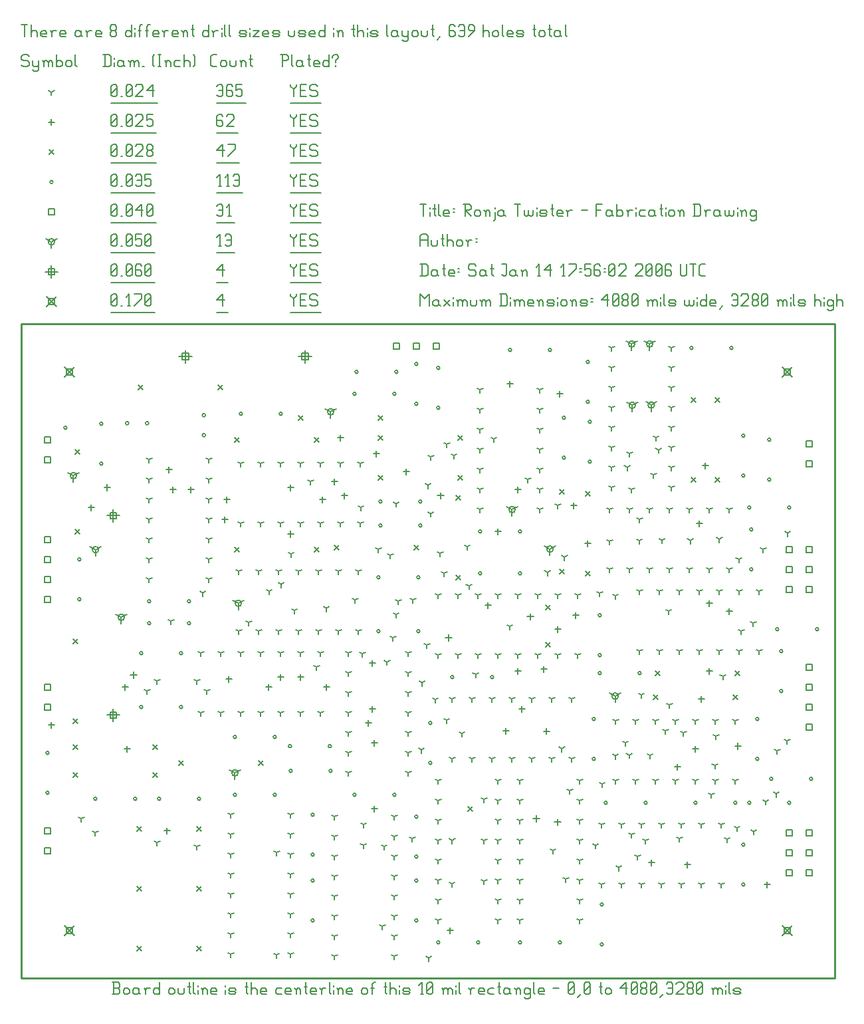
<source format=gbr>
G04 Title: Ronja Twister, Fabrication Drawing *
G04 Creator: pcb-bin 20050609 *
G04 CreationDate: Sat Jan 14 17:56:02 2006 UTC *
G04 For: clock *
G04 Format: Gerber/RS-274X *
G04 PCB-Dimensions: 408000 328000 *
G04 PCB-Coordinate-Origin: lower left *
%MOIN*%
%FSLAX24Y24*%
%IPPOS*%
%ADD11C,0.0200*%
%ADD12C,0.0800*%
%ADD13C,0.1080*%
%ADD14C,0.0400*%
%ADD15C,0.0480*%
%ADD16C,0.0680*%
%ADD17C,0.0120*%
%ADD18C,0.0300*%
%ADD19C,0.0580*%
%ADD20C,0.0700*%
%ADD21C,0.0100*%
%ADD22C,0.0374*%
%ADD23C,0.0600*%
%ADD24C,0.0880X0.0600*%
%ADD25C,0.0880*%
%ADD26C,0.0160*%
%AMTHERM1*7,0,0,0.0880,0.0600,0.0160,45*%
%ADD27THERM1*%
%ADD28C,0.0080*%
%ADD29R,0.0552X0.0552*%
%ADD30R,0.0632X0.0632*%
%ADD31R,0.0832X0.0832X0.0552X0.0552*%
%ADD32R,0.0832X0.0832*%
%ADD33C,0.0552*%
%ADD34C,0.0632*%
%ADD35C,0.0832X0.0552*%
%ADD36C,0.0832*%
%ADD37C,0.0225*%
%AMTHERM2*7,0,0,0.1080,0.0800,0.0225,45*%
%ADD38THERM2*%
%ADD39C,0.1080X0.0800*%
%ADD40R,0.0800X0.0800*%
%ADD41R,0.0880X0.0880*%
%ADD42R,0.1080X0.1080X0.0800X0.0800*%
%ADD43R,0.1080X0.1080*%
%AMTHERM3*7,0,0,0.1080,0.0800,0.0200,45*%
%ADD44THERM3*%
%ADD45C,0.0156*%
%AMTHERM4*7,0,0,0.0832,0.0552,0.0156,45*%
%ADD46THERM4*%
%ADD47R,0.0600X0.0600*%
%ADD48R,0.0680X0.0680*%
%ADD49R,0.0880X0.0880X0.0600X0.0600*%
%ADD50R,0.1300X0.1300*%
%ADD51R,0.1380X0.1380*%
%ADD52R,0.1580X0.1580X0.1300X0.1300*%
%ADD53R,0.1580X0.1580*%
%ADD54C,0.1300*%
%ADD55C,0.1380*%
%ADD56C,0.1580X0.1300*%
%ADD57C,0.1580*%
%ADD58R,0.1200X0.1200*%
%ADD59R,0.1280X0.1280*%
%AMTHERM5*7,0,0,0.1480,0.1200,0.0300,45*%
%ADD60THERM5*%
%ADD61R,0.1480X0.1480X0.1200X0.1200*%
%ADD62R,0.1480X0.1480*%
%ADD63C,0.1200*%
%ADD64C,0.1280*%
%ADD65C,0.1480X0.1200*%
%ADD66C,0.1480*%
%ADD67C,0.0091*%
%ADD68C,0.0112*%
%ADD69C,0.0084*%
%ADD70C,0.0105*%
%ADD71C,0.0118*%
%ADD72C,0.0098*%
%ADD73C,0.0139*%
%ADD74C,0.0159*%
%ADD75C,0.0207*%
%ADD76C,0.0760*%
%ADD77C,0.0760X0.0480*%
%ADD78C,0.0860*%
%ADD79C,0.0860X0.0580*%
%ADD80C,0.0560*%
%ADD81C,0.0840*%
%ADD82C,0.0840X0.0560*%
%ADD83C,0.0650*%
%ADD84C,0.0930*%
%ADD85C,0.0930X0.0650*%
%ADD86C,0.3600*%
%ADD87C,0.3680*%
%ADD88C,0.0950*%
%AMTHERM6*7,0,0,0.3880,0.3600,0.0950,45*%
%ADD89THERM6*%
%ADD90C,0.3880*%
%ADD91C,0.3880X0.3600*%
%ADD92C,0.1100*%
%AMTHERM7*7,0,0,0.1380,0.1100,0.0300,45*%
%ADD93THERM7*%
%ADD94C,0.1380X0.1100*%
%LNGROUP_1*%
%LPD*%
G01X0Y0D02*
G54D28*X2160Y30640D02*X2640Y30160D01*
X2160D02*X2640Y30640D01*
X2240Y30560D02*X2560D01*
X2240D02*Y30240D01*
X2560D01*
Y30560D02*Y30240D01*
X2160Y2640D02*X2640Y2160D01*
X2160D02*X2640Y2640D01*
X2240Y2560D02*X2560D01*
X2240D02*Y2240D01*
X2560D01*
Y2560D02*Y2240D01*
X38160Y2640D02*X38640Y2160D01*
X38160D02*X38640Y2640D01*
X38240Y2560D02*X38560D01*
X38240D02*Y2240D01*
X38560D01*
Y2560D02*Y2240D01*
X38160Y30640D02*X38640Y30160D01*
X38160D02*X38640Y30640D01*
X38240Y30560D02*X38560D01*
X38240D02*Y30240D01*
X38560D01*
Y30560D02*Y30240D01*
X1260Y34165D02*X1740Y33685D01*
X1260D02*X1740Y34165D01*
X1340Y34085D02*X1660D01*
X1340D02*Y33765D01*
X1660D01*
Y34085D02*Y33765D01*
G04 Text: YES *
X13500Y34300D02*Y34225D01*
X13650Y34075D01*
X13800Y34225D01*
Y34300D02*Y34225D01*
X13650Y34075D02*Y33700D01*
X13980Y34000D02*X14205D01*
X13980Y33700D02*X14280D01*
X13980Y34300D02*Y33700D01*
Y34300D02*X14280D01*
X14760D02*X14835Y34225D01*
X14535Y34300D02*X14760D01*
X14460Y34225D02*X14535Y34300D01*
X14460Y34225D02*Y34075D01*
X14535Y34000D01*
X14760D01*
X14835Y33925D01*
Y33775D01*
X14760Y33700D02*X14835Y33775D01*
X14535Y33700D02*X14760D01*
X14460Y33775D02*X14535Y33700D01*
X13500Y33374D02*X15015D01*
G04 Text: 4 *
X9800Y34000D02*X10100Y34300D01*
X9800Y34000D02*X10175D01*
X10100Y34300D02*Y33700D01*
X9800Y33374D02*X10355D01*
G04 Text: 0.170 *
X4500Y33775D02*X4575Y33700D01*
X4500Y34225D02*Y33775D01*
Y34225D02*X4575Y34300D01*
X4725D01*
X4800Y34225D01*
Y33775D01*
X4725Y33700D02*X4800Y33775D01*
X4575Y33700D02*X4725D01*
X4500Y33850D02*X4800Y34150D01*
X4980Y33700D02*X5055D01*
X5310D02*X5460D01*
X5385Y34300D02*Y33700D01*
X5235Y34150D02*X5385Y34300D01*
X5640Y33700D02*X6015Y34075D01*
Y34300D02*Y34075D01*
X5640Y34300D02*X6015D01*
X6195Y33775D02*X6270Y33700D01*
X6195Y34225D02*Y33775D01*
Y34225D02*X6270Y34300D01*
X6420D01*
X6495Y34225D01*
Y33775D01*
X6420Y33700D02*X6495Y33775D01*
X6270Y33700D02*X6420D01*
X6195Y33850D02*X6495Y34150D01*
X4500Y33374D02*X6675D01*
X4600Y23520D02*Y22880D01*
X4280Y23200D02*X4920D01*
X4440Y23360D02*X4760D01*
X4440D02*Y23040D01*
X4760D01*
Y23360D02*Y23040D01*
X4600Y13520D02*Y12880D01*
X4280Y13200D02*X4920D01*
X4440Y13360D02*X4760D01*
X4440D02*Y13040D01*
X4760D01*
Y13360D02*Y13040D01*
X8220Y31490D02*Y30850D01*
X7900Y31170D02*X8540D01*
X8060Y31330D02*X8380D01*
X8060D02*Y31010D01*
X8380D01*
Y31330D02*Y31010D01*
X14220Y31490D02*Y30850D01*
X13900Y31170D02*X14540D01*
X14060Y31330D02*X14380D01*
X14060D02*Y31010D01*
X14380D01*
Y31330D02*Y31010D01*
X1500Y35745D02*Y35105D01*
X1180Y35425D02*X1820D01*
X1340Y35585D02*X1660D01*
X1340D02*Y35265D01*
X1660D01*
Y35585D02*Y35265D01*
G04 Text: YES *
X13500Y35800D02*Y35725D01*
X13650Y35575D01*
X13800Y35725D01*
Y35800D02*Y35725D01*
X13650Y35575D02*Y35200D01*
X13980Y35500D02*X14205D01*
X13980Y35200D02*X14280D01*
X13980Y35800D02*Y35200D01*
Y35800D02*X14280D01*
X14760D02*X14835Y35725D01*
X14535Y35800D02*X14760D01*
X14460Y35725D02*X14535Y35800D01*
X14460Y35725D02*Y35575D01*
X14535Y35500D01*
X14760D01*
X14835Y35425D01*
Y35275D01*
X14760Y35200D02*X14835Y35275D01*
X14535Y35200D02*X14760D01*
X14460Y35275D02*X14535Y35200D01*
X13500Y34874D02*X15015D01*
G04 Text: 4 *
X9800Y35500D02*X10100Y35800D01*
X9800Y35500D02*X10175D01*
X10100Y35800D02*Y35200D01*
X9800Y34874D02*X10355D01*
G04 Text: 0.060 *
X4500Y35275D02*X4575Y35200D01*
X4500Y35725D02*Y35275D01*
Y35725D02*X4575Y35800D01*
X4725D01*
X4800Y35725D01*
Y35275D01*
X4725Y35200D02*X4800Y35275D01*
X4575Y35200D02*X4725D01*
X4500Y35350D02*X4800Y35650D01*
X4980Y35200D02*X5055D01*
X5235Y35275D02*X5310Y35200D01*
X5235Y35725D02*Y35275D01*
Y35725D02*X5310Y35800D01*
X5460D01*
X5535Y35725D01*
Y35275D01*
X5460Y35200D02*X5535Y35275D01*
X5310Y35200D02*X5460D01*
X5235Y35350D02*X5535Y35650D01*
X5940Y35800D02*X6015Y35725D01*
X5790Y35800D02*X5940D01*
X5715Y35725D02*X5790Y35800D01*
X5715Y35725D02*Y35275D01*
X5790Y35200D01*
X5940Y35500D02*X6015Y35425D01*
X5715Y35500D02*X5940D01*
X5790Y35200D02*X5940D01*
X6015Y35275D01*
Y35425D02*Y35275D01*
X6195D02*X6270Y35200D01*
X6195Y35725D02*Y35275D01*
Y35725D02*X6270Y35800D01*
X6420D01*
X6495Y35725D01*
Y35275D01*
X6420Y35200D02*X6495Y35275D01*
X6270Y35200D02*X6420D01*
X6195Y35350D02*X6495Y35650D01*
X4500Y34874D02*X6675D01*
X3710Y21490D02*Y21170D01*
Y21490D02*X3987Y21650D01*
X3710Y21490D02*X3432Y21650D01*
X3550Y21490D02*G75*G03X3870Y21490I160J0D01*G01*
G75*G03X3550Y21490I-160J0D01*G01*
X15500Y28400D02*Y28080D01*
Y28400D02*X15777Y28560D01*
X15500Y28400D02*X15222Y28560D01*
X15340Y28400D02*G75*G03X15660Y28400I160J0D01*G01*
G75*G03X15340Y28400I-160J0D01*G01*
X5000Y18100D02*Y17780D01*
Y18100D02*X5277Y18260D01*
X5000Y18100D02*X4722Y18260D01*
X4840Y18100D02*G75*G03X5160Y18100I160J0D01*G01*
G75*G03X4840Y18100I-160J0D01*G01*
X2600Y25200D02*Y24880D01*
Y25200D02*X2877Y25360D01*
X2600Y25200D02*X2322Y25360D01*
X2440Y25200D02*G75*G03X2760Y25200I160J0D01*G01*
G75*G03X2440Y25200I-160J0D01*G01*
X26500Y21520D02*Y21200D01*
Y21520D02*X26777Y21680D01*
X26500Y21520D02*X26222Y21680D01*
X26340Y21520D02*G75*G03X26660Y21520I160J0D01*G01*
G75*G03X26340Y21520I-160J0D01*G01*
X29770Y14150D02*Y13830D01*
Y14150D02*X30047Y14310D01*
X29770Y14150D02*X29492Y14310D01*
X29610Y14150D02*G75*G03X29930Y14150I160J0D01*G01*
G75*G03X29610Y14150I-160J0D01*G01*
X30630Y28730D02*Y28410D01*
Y28730D02*X30907Y28890D01*
X30630Y28730D02*X30352Y28890D01*
X30470Y28730D02*G75*G03X30790Y28730I160J0D01*G01*
G75*G03X30470Y28730I-160J0D01*G01*
X10700Y10300D02*Y9980D01*
Y10300D02*X10977Y10460D01*
X10700Y10300D02*X10422Y10460D01*
X10540Y10300D02*G75*G03X10860Y10300I160J0D01*G01*
G75*G03X10540Y10300I-160J0D01*G01*
X30600Y31800D02*Y31480D01*
Y31800D02*X30877Y31960D01*
X30600Y31800D02*X30322Y31960D01*
X30440Y31800D02*G75*G03X30760Y31800I160J0D01*G01*
G75*G03X30440Y31800I-160J0D01*G01*
X24600Y23500D02*Y23180D01*
Y23500D02*X24877Y23660D01*
X24600Y23500D02*X24322Y23660D01*
X24440Y23500D02*G75*G03X24760Y23500I160J0D01*G01*
G75*G03X24440Y23500I-160J0D01*G01*
X10870Y18800D02*Y18480D01*
Y18800D02*X11147Y18960D01*
X10870Y18800D02*X10592Y18960D01*
X10710Y18800D02*G75*G03X11030Y18800I160J0D01*G01*
G75*G03X10710Y18800I-160J0D01*G01*
X31500Y31800D02*Y31480D01*
Y31800D02*X31777Y31960D01*
X31500Y31800D02*X31222Y31960D01*
X31340Y31800D02*G75*G03X31660Y31800I160J0D01*G01*
G75*G03X31340Y31800I-160J0D01*G01*
X31580Y28740D02*Y28420D01*
Y28740D02*X31857Y28900D01*
X31580Y28740D02*X31302Y28900D01*
X31420Y28740D02*G75*G03X31740Y28740I160J0D01*G01*
G75*G03X31420Y28740I-160J0D01*G01*
X1500Y36925D02*Y36605D01*
Y36925D02*X1777Y37085D01*
X1500Y36925D02*X1222Y37085D01*
X1340Y36925D02*G75*G03X1660Y36925I160J0D01*G01*
G75*G03X1340Y36925I-160J0D01*G01*
G04 Text: YES *
X13500Y37300D02*Y37225D01*
X13650Y37075D01*
X13800Y37225D01*
Y37300D02*Y37225D01*
X13650Y37075D02*Y36700D01*
X13980Y37000D02*X14205D01*
X13980Y36700D02*X14280D01*
X13980Y37300D02*Y36700D01*
Y37300D02*X14280D01*
X14760D02*X14835Y37225D01*
X14535Y37300D02*X14760D01*
X14460Y37225D02*X14535Y37300D01*
X14460Y37225D02*Y37075D01*
X14535Y37000D01*
X14760D01*
X14835Y36925D01*
Y36775D01*
X14760Y36700D02*X14835Y36775D01*
X14535Y36700D02*X14760D01*
X14460Y36775D02*X14535Y36700D01*
X13500Y36374D02*X15015D01*
G04 Text: 13 *
X9875Y36700D02*X10025D01*
X9950Y37300D02*Y36700D01*
X9800Y37150D02*X9950Y37300D01*
X10205Y37225D02*X10280Y37300D01*
X10430D01*
X10505Y37225D01*
Y36775D01*
X10430Y36700D02*X10505Y36775D01*
X10280Y36700D02*X10430D01*
X10205Y36775D02*X10280Y36700D01*
Y37000D02*X10505D01*
X9800Y36374D02*X10685D01*
G04 Text: 0.050 *
X4500Y36775D02*X4575Y36700D01*
X4500Y37225D02*Y36775D01*
Y37225D02*X4575Y37300D01*
X4725D01*
X4800Y37225D01*
Y36775D01*
X4725Y36700D02*X4800Y36775D01*
X4575Y36700D02*X4725D01*
X4500Y36850D02*X4800Y37150D01*
X4980Y36700D02*X5055D01*
X5235Y36775D02*X5310Y36700D01*
X5235Y37225D02*Y36775D01*
Y37225D02*X5310Y37300D01*
X5460D01*
X5535Y37225D01*
Y36775D01*
X5460Y36700D02*X5535Y36775D01*
X5310Y36700D02*X5460D01*
X5235Y36850D02*X5535Y37150D01*
X5715Y37300D02*X6015D01*
X5715D02*Y37000D01*
X5790Y37075D01*
X5940D01*
X6015Y37000D01*
Y36775D01*
X5940Y36700D02*X6015Y36775D01*
X5790Y36700D02*X5940D01*
X5715Y36775D02*X5790Y36700D01*
X6195Y36775D02*X6270Y36700D01*
X6195Y37225D02*Y36775D01*
Y37225D02*X6270Y37300D01*
X6420D01*
X6495Y37225D01*
Y36775D01*
X6420Y36700D02*X6495Y36775D01*
X6270Y36700D02*X6420D01*
X6195Y36850D02*X6495Y37150D01*
X4500Y36374D02*X6675D01*
X39340Y21660D02*X39660D01*
X39340D02*Y21340D01*
X39660D01*
Y21660D02*Y21340D01*
X39340Y20660D02*X39660D01*
X39340D02*Y20340D01*
X39660D01*
Y20660D02*Y20340D01*
X39340Y19660D02*X39660D01*
X39340D02*Y19340D01*
X39660D01*
Y19660D02*Y19340D01*
X38340Y21660D02*X38660D01*
X38340D02*Y21340D01*
X38660D01*
Y21660D02*Y21340D01*
X38340Y20660D02*X38660D01*
X38340D02*Y20340D01*
X38660D01*
Y20660D02*Y20340D01*
X38340Y19660D02*X38660D01*
X38340D02*Y19340D01*
X38660D01*
Y19660D02*Y19340D01*
X1140Y7560D02*X1460D01*
X1140D02*Y7240D01*
X1460D01*
Y7560D02*Y7240D01*
X1140Y6560D02*X1460D01*
X1140D02*Y6240D01*
X1460D01*
Y6560D02*Y6240D01*
X39340Y15760D02*X39660D01*
X39340D02*Y15440D01*
X39660D01*
Y15760D02*Y15440D01*
X39340Y14760D02*X39660D01*
X39340D02*Y14440D01*
X39660D01*
Y14760D02*Y14440D01*
X39340Y13760D02*X39660D01*
X39340D02*Y13440D01*
X39660D01*
Y13760D02*Y13440D01*
X39340Y12760D02*X39660D01*
X39340D02*Y12440D01*
X39660D01*
Y12760D02*Y12440D01*
X20640Y31860D02*X20960D01*
X20640D02*Y31540D01*
X20960D01*
Y31860D02*Y31540D01*
X19640Y31860D02*X19960D01*
X19640D02*Y31540D01*
X19960D01*
Y31860D02*Y31540D01*
X18640Y31860D02*X18960D01*
X18640D02*Y31540D01*
X18960D01*
Y31860D02*Y31540D01*
X1140Y22160D02*X1460D01*
X1140D02*Y21840D01*
X1460D01*
Y22160D02*Y21840D01*
X1140Y21160D02*X1460D01*
X1140D02*Y20840D01*
X1460D01*
Y21160D02*Y20840D01*
X1140Y20160D02*X1460D01*
X1140D02*Y19840D01*
X1460D01*
Y20160D02*Y19840D01*
X1140Y19160D02*X1460D01*
X1140D02*Y18840D01*
X1460D01*
Y19160D02*Y18840D01*
X39340Y26960D02*X39660D01*
X39340D02*Y26640D01*
X39660D01*
Y26960D02*Y26640D01*
X39340Y25960D02*X39660D01*
X39340D02*Y25640D01*
X39660D01*
Y25960D02*Y25640D01*
X39340Y7460D02*X39660D01*
X39340D02*Y7140D01*
X39660D01*
Y7460D02*Y7140D01*
X39340Y6460D02*X39660D01*
X39340D02*Y6140D01*
X39660D01*
Y6460D02*Y6140D01*
X39340Y5460D02*X39660D01*
X39340D02*Y5140D01*
X39660D01*
Y5460D02*Y5140D01*
X38340Y7460D02*X38660D01*
X38340D02*Y7140D01*
X38660D01*
Y7460D02*Y7140D01*
X38340Y6460D02*X38660D01*
X38340D02*Y6140D01*
X38660D01*
Y6460D02*Y6140D01*
X38340Y5460D02*X38660D01*
X38340D02*Y5140D01*
X38660D01*
Y5460D02*Y5140D01*
X1140Y26160D02*X1460D01*
X1140D02*Y25840D01*
X1460D01*
Y26160D02*Y25840D01*
X1140Y27160D02*X1460D01*
X1140D02*Y26840D01*
X1460D01*
Y27160D02*Y26840D01*
X1140Y14760D02*X1460D01*
X1140D02*Y14440D01*
X1460D01*
Y14760D02*Y14440D01*
X1140Y13760D02*X1460D01*
X1140D02*Y13440D01*
X1460D01*
Y13760D02*Y13440D01*
X1340Y38585D02*X1660D01*
X1340D02*Y38265D01*
X1660D01*
Y38585D02*Y38265D01*
G04 Text: YES *
X13500Y38800D02*Y38725D01*
X13650Y38575D01*
X13800Y38725D01*
Y38800D02*Y38725D01*
X13650Y38575D02*Y38200D01*
X13980Y38500D02*X14205D01*
X13980Y38200D02*X14280D01*
X13980Y38800D02*Y38200D01*
Y38800D02*X14280D01*
X14760D02*X14835Y38725D01*
X14535Y38800D02*X14760D01*
X14460Y38725D02*X14535Y38800D01*
X14460Y38725D02*Y38575D01*
X14535Y38500D01*
X14760D01*
X14835Y38425D01*
Y38275D01*
X14760Y38200D02*X14835Y38275D01*
X14535Y38200D02*X14760D01*
X14460Y38275D02*X14535Y38200D01*
X13500Y37874D02*X15015D01*
G04 Text: 31 *
X9800Y38725D02*X9875Y38800D01*
X10025D01*
X10100Y38725D01*
Y38275D01*
X10025Y38200D02*X10100Y38275D01*
X9875Y38200D02*X10025D01*
X9800Y38275D02*X9875Y38200D01*
Y38500D02*X10100D01*
X10355Y38200D02*X10505D01*
X10430Y38800D02*Y38200D01*
X10280Y38650D02*X10430Y38800D01*
X9800Y37874D02*X10685D01*
G04 Text: 0.040 *
X4500Y38275D02*X4575Y38200D01*
X4500Y38725D02*Y38275D01*
Y38725D02*X4575Y38800D01*
X4725D01*
X4800Y38725D01*
Y38275D01*
X4725Y38200D02*X4800Y38275D01*
X4575Y38200D02*X4725D01*
X4500Y38350D02*X4800Y38650D01*
X4980Y38200D02*X5055D01*
X5235Y38275D02*X5310Y38200D01*
X5235Y38725D02*Y38275D01*
Y38725D02*X5310Y38800D01*
X5460D01*
X5535Y38725D01*
Y38275D01*
X5460Y38200D02*X5535Y38275D01*
X5310Y38200D02*X5460D01*
X5235Y38350D02*X5535Y38650D01*
X5715Y38500D02*X6015Y38800D01*
X5715Y38500D02*X6090D01*
X6015Y38800D02*Y38200D01*
X6270Y38275D02*X6345Y38200D01*
X6270Y38725D02*Y38275D01*
Y38725D02*X6345Y38800D01*
X6495D01*
X6570Y38725D01*
Y38275D01*
X6495Y38200D02*X6570Y38275D01*
X6345Y38200D02*X6495D01*
X6270Y38350D02*X6570Y38650D01*
X4500Y37874D02*X6750D01*
X29020Y3700D02*G75*G03X29180Y3700I80J0D01*G01*
G75*G03X29020Y3700I-80J0D01*G01*
Y1700D02*G75*G03X29180Y1700I80J0D01*G01*
G75*G03X29020Y1700I-80J0D01*G01*
X9060Y28230D02*G75*G03X9220Y28230I80J0D01*G01*
G75*G03X9060Y28230I-80J0D01*G01*
Y27230D02*G75*G03X9220Y27230I80J0D01*G01*
G75*G03X9060Y27230I-80J0D01*G01*
X28620Y11000D02*G75*G03X28780Y11000I80J0D01*G01*
G75*G03X28620Y11000I-80J0D01*G01*
Y13000D02*G75*G03X28780Y13000I80J0D01*G01*
G75*G03X28620Y13000I-80J0D01*G01*
X26420Y31500D02*G75*G03X26580Y31500I80J0D01*G01*
G75*G03X26420Y31500I-80J0D01*G01*
X24420D02*G75*G03X24580Y31500I80J0D01*G01*
G75*G03X24420Y31500I-80J0D01*G01*
X26920Y1800D02*G75*G03X27080Y1800I80J0D01*G01*
G75*G03X26920Y1800I-80J0D01*G01*
X24920D02*G75*G03X25080Y1800I80J0D01*G01*
G75*G03X24920Y1800I-80J0D01*G01*
X28420Y27900D02*G75*G03X28580Y27900I80J0D01*G01*
G75*G03X28420Y27900I-80J0D01*G01*
Y25900D02*G75*G03X28580Y25900I80J0D01*G01*
G75*G03X28420Y25900I-80J0D01*G01*
X35520Y31600D02*G75*G03X35680Y31600I80J0D01*G01*
G75*G03X35520Y31600I-80J0D01*G01*
X33520D02*G75*G03X33680Y31600I80J0D01*G01*
G75*G03X33520Y31600I-80J0D01*G01*
X28320Y28900D02*G75*G03X28480Y28900I80J0D01*G01*
G75*G03X28320Y28900I-80J0D01*G01*
Y30900D02*G75*G03X28480Y30900I80J0D01*G01*
G75*G03X28320Y30900I-80J0D01*G01*
X18620Y29300D02*G75*G03X18780Y29300I80J0D01*G01*
G75*G03X18620Y29300I-80J0D01*G01*
X16620D02*G75*G03X16780Y29300I80J0D01*G01*
G75*G03X16620Y29300I-80J0D01*G01*
X24920Y22400D02*G75*G03X25080Y22400I80J0D01*G01*
G75*G03X24920Y22400I-80J0D01*G01*
X22920D02*G75*G03X23080Y22400I80J0D01*G01*
G75*G03X22920Y22400I-80J0D01*G01*
X19820Y17400D02*G75*G03X19980Y17400I80J0D01*G01*
G75*G03X19820Y17400I-80J0D01*G01*
X17820D02*G75*G03X17980Y17400I80J0D01*G01*
G75*G03X17820Y17400I-80J0D01*G01*
X19820Y20100D02*G75*G03X19980Y20100I80J0D01*G01*
G75*G03X19820Y20100I-80J0D01*G01*
X17820D02*G75*G03X17980Y20100I80J0D01*G01*
G75*G03X17820Y20100I-80J0D01*G01*
X12920Y28300D02*G75*G03X13080Y28300I80J0D01*G01*
G75*G03X12920Y28300I-80J0D01*G01*
X10920D02*G75*G03X11080Y28300I80J0D01*G01*
G75*G03X10920Y28300I-80J0D01*G01*
X6820Y9000D02*G75*G03X6980Y9000I80J0D01*G01*
G75*G03X6820Y9000I-80J0D01*G01*
X8820D02*G75*G03X8980Y9000I80J0D01*G01*
G75*G03X8820Y9000I-80J0D01*G01*
X12620Y9200D02*G75*G03X12780Y9200I80J0D01*G01*
G75*G03X12620Y9200I-80J0D01*G01*
X10620D02*G75*G03X10780Y9200I80J0D01*G01*
G75*G03X10620Y9200I-80J0D01*G01*
X19920Y22700D02*G75*G03X20080Y22700I80J0D01*G01*
G75*G03X19920Y22700I-80J0D01*G01*
X17920D02*G75*G03X18080Y22700I80J0D01*G01*
G75*G03X17920Y22700I-80J0D01*G01*
X19920Y23900D02*G75*G03X20080Y23900I80J0D01*G01*
G75*G03X19920Y23900I-80J0D01*G01*
X17920D02*G75*G03X18080Y23900I80J0D01*G01*
G75*G03X17920Y23900I-80J0D01*G01*
X8320Y18900D02*G75*G03X8480Y18900I80J0D01*G01*
G75*G03X8320Y18900I-80J0D01*G01*
X6320D02*G75*G03X6480Y18900I80J0D01*G01*
G75*G03X6320Y18900I-80J0D01*G01*
X8320Y17800D02*G75*G03X8480Y17800I80J0D01*G01*
G75*G03X8320Y17800I-80J0D01*G01*
X6320D02*G75*G03X6480Y17800I80J0D01*G01*
G75*G03X6320Y17800I-80J0D01*G01*
X5920Y16300D02*G75*G03X6080Y16300I80J0D01*G01*
G75*G03X5920Y16300I-80J0D01*G01*
X7920D02*G75*G03X8080Y16300I80J0D01*G01*
G75*G03X7920Y16300I-80J0D01*G01*
X5920Y13600D02*G75*G03X6080Y13600I80J0D01*G01*
G75*G03X5920Y13600I-80J0D01*G01*
X7920D02*G75*G03X8080Y13600I80J0D01*G01*
G75*G03X7920Y13600I-80J0D01*G01*
X38020Y14400D02*G75*G03X38180Y14400I80J0D01*G01*
G75*G03X38020Y14400I-80J0D01*G01*
Y16400D02*G75*G03X38180Y16400I80J0D01*G01*
G75*G03X38020Y16400I-80J0D01*G01*
X39820Y17500D02*G75*G03X39980Y17500I80J0D01*G01*
G75*G03X39820Y17500I-80J0D01*G01*
X37820D02*G75*G03X37980Y17500I80J0D01*G01*
G75*G03X37820Y17500I-80J0D01*G01*
X38420Y8800D02*G75*G03X38580Y8800I80J0D01*G01*
G75*G03X38420Y8800I-80J0D01*G01*
X36420D02*G75*G03X36580Y8800I80J0D01*G01*
G75*G03X36420Y8800I-80J0D01*G01*
X21520Y15100D02*G75*G03X21680Y15100I80J0D01*G01*
G75*G03X21520Y15100I-80J0D01*G01*
X23520D02*G75*G03X23680Y15100I80J0D01*G01*
G75*G03X23520Y15100I-80J0D01*G01*
X33720Y8800D02*G75*G03X33880Y8800I80J0D01*G01*
G75*G03X33720Y8800I-80J0D01*G01*
X35720D02*G75*G03X35880Y8800I80J0D01*G01*
G75*G03X35720Y8800I-80J0D01*G01*
X36820Y11000D02*G75*G03X36980Y11000I80J0D01*G01*
G75*G03X36820Y11000I-80J0D01*G01*
Y13000D02*G75*G03X36980Y13000I80J0D01*G01*
G75*G03X36820Y13000I-80J0D01*G01*
X36520Y22500D02*G75*G03X36680Y22500I80J0D01*G01*
G75*G03X36520Y22500I-80J0D01*G01*
Y20500D02*G75*G03X36680Y20500I80J0D01*G01*
G75*G03X36520Y20500I-80J0D01*G01*
X38420Y23600D02*G75*G03X38580Y23600I80J0D01*G01*
G75*G03X38420Y23600I-80J0D01*G01*
X36420D02*G75*G03X36580Y23600I80J0D01*G01*
G75*G03X36420Y23600I-80J0D01*G01*
X13420Y10400D02*G75*G03X13580Y10400I80J0D01*G01*
G75*G03X13420Y10400I-80J0D01*G01*
X15420D02*G75*G03X15580Y10400I80J0D01*G01*
G75*G03X15420Y10400I-80J0D01*G01*
X13380Y11640D02*G75*G03X13540Y11640I80J0D01*G01*
G75*G03X13380Y11640I-80J0D01*G01*
X15380D02*G75*G03X15540Y11640I80J0D01*G01*
G75*G03X15380Y11640I-80J0D01*G01*
X18720Y30400D02*G75*G03X18880Y30400I80J0D01*G01*
G75*G03X18720Y30400I-80J0D01*G01*
X16720D02*G75*G03X16880Y30400I80J0D01*G01*
G75*G03X16720Y30400I-80J0D01*G01*
X30920Y15300D02*G75*G03X31080Y15300I80J0D01*G01*
G75*G03X30920Y15300I-80J0D01*G01*
X28920D02*G75*G03X29080Y15300I80J0D01*G01*
G75*G03X28920Y15300I-80J0D01*G01*
Y18200D02*G75*G03X29080Y18200I80J0D01*G01*
G75*G03X28920Y18200I-80J0D01*G01*
Y16200D02*G75*G03X29080Y16200I80J0D01*G01*
G75*G03X28920Y16200I-80J0D01*G01*
X20820Y30600D02*G75*G03X20980Y30600I80J0D01*G01*
G75*G03X20820Y30600I-80J0D01*G01*
Y28600D02*G75*G03X20980Y28600I80J0D01*G01*
G75*G03X20820Y28600I-80J0D01*G01*
X29220Y8800D02*G75*G03X29380Y8800I80J0D01*G01*
G75*G03X29220Y8800I-80J0D01*G01*
X31220D02*G75*G03X31380Y8800I80J0D01*G01*
G75*G03X31220Y8800I-80J0D01*G01*
X16620Y9200D02*G75*G03X16780Y9200I80J0D01*G01*
G75*G03X16620Y9200I-80J0D01*G01*
X18620D02*G75*G03X18780Y9200I80J0D01*G01*
G75*G03X18620Y9200I-80J0D01*G01*
X20420Y10800D02*G75*G03X20580Y10800I80J0D01*G01*
G75*G03X20420Y10800I-80J0D01*G01*
Y12800D02*G75*G03X20580Y12800I80J0D01*G01*
G75*G03X20420Y12800I-80J0D01*G01*
X2820Y21000D02*G75*G03X2980Y21000I80J0D01*G01*
G75*G03X2820Y21000I-80J0D01*G01*
Y19000D02*G75*G03X2980Y19000I80J0D01*G01*
G75*G03X2820Y19000I-80J0D01*G01*
X5620Y9000D02*G75*G03X5780Y9000I80J0D01*G01*
G75*G03X5620Y9000I-80J0D01*G01*
X3620D02*G75*G03X3780Y9000I80J0D01*G01*
G75*G03X3620Y9000I-80J0D01*G01*
X37520Y10000D02*G75*G03X37680Y10000I80J0D01*G01*
G75*G03X37520Y10000I-80J0D01*G01*
X39520D02*G75*G03X39680Y10000I80J0D01*G01*
G75*G03X39520Y10000I-80J0D01*G01*
X1220Y11300D02*G75*G03X1380Y11300I80J0D01*G01*
G75*G03X1220Y11300I-80J0D01*G01*
Y9300D02*G75*G03X1380Y9300I80J0D01*G01*
G75*G03X1220Y9300I-80J0D01*G01*
X24920Y20300D02*G75*G03X25080Y20300I80J0D01*G01*
G75*G03X24920Y20300I-80J0D01*G01*
X22920D02*G75*G03X23080Y20300I80J0D01*G01*
G75*G03X22920Y20300I-80J0D01*G01*
X27120Y28100D02*G75*G03X27280Y28100I80J0D01*G01*
G75*G03X27120Y28100I-80J0D01*G01*
Y26100D02*G75*G03X27280Y26100I80J0D01*G01*
G75*G03X27120Y26100I-80J0D01*G01*
X36120Y25200D02*G75*G03X36280Y25200I80J0D01*G01*
G75*G03X36120Y25200I-80J0D01*G01*
Y27200D02*G75*G03X36280Y27200I80J0D01*G01*
G75*G03X36120Y27200I-80J0D01*G01*
X37420Y25000D02*G75*G03X37580Y25000I80J0D01*G01*
G75*G03X37420Y25000I-80J0D01*G01*
Y27000D02*G75*G03X37580Y27000I80J0D01*G01*
G75*G03X37420Y27000I-80J0D01*G01*
X19720Y28800D02*G75*G03X19880Y28800I80J0D01*G01*
G75*G03X19720Y28800I-80J0D01*G01*
Y30800D02*G75*G03X19880Y30800I80J0D01*G01*
G75*G03X19720Y30800I-80J0D01*G01*
X3920Y25800D02*G75*G03X4080Y25800I80J0D01*G01*
G75*G03X3920Y25800I-80J0D01*G01*
Y27800D02*G75*G03X4080Y27800I80J0D01*G01*
G75*G03X3920Y27800I-80J0D01*G01*
X12620Y12100D02*G75*G03X12780Y12100I80J0D01*G01*
G75*G03X12620Y12100I-80J0D01*G01*
X10620D02*G75*G03X10780Y12100I80J0D01*G01*
G75*G03X10620Y12100I-80J0D01*G01*
X36120Y6700D02*G75*G03X36280Y6700I80J0D01*G01*
G75*G03X36120Y6700I-80J0D01*G01*
Y4700D02*G75*G03X36280Y4700I80J0D01*G01*
G75*G03X36120Y4700I-80J0D01*G01*
X14520Y6200D02*G75*G03X14680Y6200I80J0D01*G01*
G75*G03X14520Y6200I-80J0D01*G01*
Y8200D02*G75*G03X14680Y8200I80J0D01*G01*
G75*G03X14520Y8200I-80J0D01*G01*
Y2900D02*G75*G03X14680Y2900I80J0D01*G01*
G75*G03X14520Y2900I-80J0D01*G01*
Y4900D02*G75*G03X14680Y4900I80J0D01*G01*
G75*G03X14520Y4900I-80J0D01*G01*
X19720Y6100D02*G75*G03X19880Y6100I80J0D01*G01*
G75*G03X19720Y6100I-80J0D01*G01*
Y8100D02*G75*G03X19880Y8100I80J0D01*G01*
G75*G03X19720Y8100I-80J0D01*G01*
Y4900D02*G75*G03X19880Y4900I80J0D01*G01*
G75*G03X19720Y4900I-80J0D01*G01*
Y2900D02*G75*G03X19880Y2900I80J0D01*G01*
G75*G03X19720Y2900I-80J0D01*G01*
X22820Y1800D02*G75*G03X22980Y1800I80J0D01*G01*
G75*G03X22820Y1800I-80J0D01*G01*
X20820D02*G75*G03X20980Y1800I80J0D01*G01*
G75*G03X20820Y1800I-80J0D01*G01*
X6220Y27830D02*G75*G03X6380Y27830I80J0D01*G01*
G75*G03X6220Y27830I-80J0D01*G01*
X5220D02*G75*G03X5380Y27830I80J0D01*G01*
G75*G03X5220Y27830I-80J0D01*G01*
X2120Y27600D02*G75*G03X2280Y27600I80J0D01*G01*
G75*G03X2120Y27600I-80J0D01*G01*
X1420Y39925D02*G75*G03X1580Y39925I80J0D01*G01*
G75*G03X1420Y39925I-80J0D01*G01*
G04 Text: YES *
X13500Y40300D02*Y40225D01*
X13650Y40075D01*
X13800Y40225D01*
Y40300D02*Y40225D01*
X13650Y40075D02*Y39700D01*
X13980Y40000D02*X14205D01*
X13980Y39700D02*X14280D01*
X13980Y40300D02*Y39700D01*
Y40300D02*X14280D01*
X14760D02*X14835Y40225D01*
X14535Y40300D02*X14760D01*
X14460Y40225D02*X14535Y40300D01*
X14460Y40225D02*Y40075D01*
X14535Y40000D01*
X14760D01*
X14835Y39925D01*
Y39775D01*
X14760Y39700D02*X14835Y39775D01*
X14535Y39700D02*X14760D01*
X14460Y39775D02*X14535Y39700D01*
X13500Y39374D02*X15015D01*
G04 Text: 113 *
X9875Y39700D02*X10025D01*
X9950Y40300D02*Y39700D01*
X9800Y40150D02*X9950Y40300D01*
X10280Y39700D02*X10430D01*
X10355Y40300D02*Y39700D01*
X10205Y40150D02*X10355Y40300D01*
X10610Y40225D02*X10685Y40300D01*
X10835D01*
X10910Y40225D01*
Y39775D01*
X10835Y39700D02*X10910Y39775D01*
X10685Y39700D02*X10835D01*
X10610Y39775D02*X10685Y39700D01*
Y40000D02*X10910D01*
X9800Y39374D02*X11090D01*
G04 Text: 0.035 *
X4500Y39775D02*X4575Y39700D01*
X4500Y40225D02*Y39775D01*
Y40225D02*X4575Y40300D01*
X4725D01*
X4800Y40225D01*
Y39775D01*
X4725Y39700D02*X4800Y39775D01*
X4575Y39700D02*X4725D01*
X4500Y39850D02*X4800Y40150D01*
X4980Y39700D02*X5055D01*
X5235Y39775D02*X5310Y39700D01*
X5235Y40225D02*Y39775D01*
Y40225D02*X5310Y40300D01*
X5460D01*
X5535Y40225D01*
Y39775D01*
X5460Y39700D02*X5535Y39775D01*
X5310Y39700D02*X5460D01*
X5235Y39850D02*X5535Y40150D01*
X5715Y40225D02*X5790Y40300D01*
X5940D01*
X6015Y40225D01*
Y39775D01*
X5940Y39700D02*X6015Y39775D01*
X5790Y39700D02*X5940D01*
X5715Y39775D02*X5790Y39700D01*
Y40000D02*X6015D01*
X6195Y40300D02*X6495D01*
X6195D02*Y40000D01*
X6270Y40075D01*
X6420D01*
X6495Y40000D01*
Y39775D01*
X6420Y39700D02*X6495Y39775D01*
X6270Y39700D02*X6420D01*
X6195Y39775D02*X6270Y39700D01*
X4500Y39374D02*X6675D01*
X5780Y7620D02*X6020Y7380D01*
X5780D02*X6020Y7620D01*
X5780Y1620D02*X6020Y1380D01*
X5780D02*X6020Y1620D01*
X8780D02*X9020Y1380D01*
X8780D02*X9020Y1620D01*
X8780Y7620D02*X9020Y7380D01*
X8780D02*X9020Y7620D01*
X10680Y21620D02*X10920Y21380D01*
X10680D02*X10920Y21620D01*
X14680D02*X14920Y21380D01*
X14680D02*X14920Y21620D01*
X2580Y17020D02*X2820Y16780D01*
X2580D02*X2820Y17020D01*
X2580Y13020D02*X2820Y12780D01*
X2580D02*X2820Y13020D01*
X2580Y10320D02*X2820Y10080D01*
X2580D02*X2820Y10320D01*
X6580D02*X6820Y10080D01*
X6580D02*X6820Y10320D01*
X34780Y25120D02*X35020Y24880D01*
X34780D02*X35020Y25120D01*
X34780Y29120D02*X35020Y28880D01*
X34780D02*X35020Y29120D01*
X9850Y29750D02*X10090Y29510D01*
X9850D02*X10090Y29750D01*
X5850D02*X6090Y29510D01*
X5850D02*X6090Y29750D01*
X10680Y27120D02*X10920Y26880D01*
X10680D02*X10920Y27120D01*
X14680D02*X14920Y26880D01*
X14680D02*X14920Y27120D01*
X33580Y25120D02*X33820Y24880D01*
X33580D02*X33820Y25120D01*
X33580Y29120D02*X33820Y28880D01*
X33580D02*X33820Y29120D01*
X28280Y20420D02*X28520Y20180D01*
X28280D02*X28520Y20420D01*
X28280Y24420D02*X28520Y24180D01*
X28280D02*X28520Y24420D01*
X17880Y27220D02*X18120Y26980D01*
X17880D02*X18120Y27220D01*
X21880D02*X22120Y26980D01*
X21880D02*X22120Y27220D01*
X35780Y15420D02*X36020Y15180D01*
X35780D02*X36020Y15420D01*
X31780D02*X32020Y15180D01*
X31780D02*X32020Y15420D01*
X13880Y28220D02*X14120Y27980D01*
X13880D02*X14120Y28220D01*
X17880D02*X18120Y27980D01*
X17880D02*X18120Y28220D01*
X26980Y20520D02*X27220Y20280D01*
X26980D02*X27220Y20520D01*
X26980Y24520D02*X27220Y24280D01*
X26980D02*X27220Y24520D01*
X35680Y14220D02*X35920Y13980D01*
X35680D02*X35920Y14220D01*
X31680D02*X31920Y13980D01*
X31680D02*X31920Y14220D01*
X21780Y24220D02*X22020Y23980D01*
X21780D02*X22020Y24220D01*
X21780Y20220D02*X22020Y19980D01*
X21780D02*X22020Y20220D01*
X21880Y25220D02*X22120Y24980D01*
X21880D02*X22120Y25220D01*
X17880D02*X18120Y24980D01*
X17880D02*X18120Y25220D01*
X19680Y21720D02*X19920Y21480D01*
X19680D02*X19920Y21720D01*
X15680D02*X15920Y21480D01*
X15680D02*X15920Y21720D01*
X2680Y26520D02*X2920Y26280D01*
X2680D02*X2920Y26520D01*
X2680Y22520D02*X2920Y22280D01*
X2680D02*X2920Y22520D01*
X7880Y10920D02*X8120Y10680D01*
X7880D02*X8120Y10920D01*
X11880D02*X12120Y10680D01*
X11880D02*X12120Y10920D01*
X2580Y11720D02*X2820Y11480D01*
X2580D02*X2820Y11720D01*
X6580D02*X6820Y11480D01*
X6580D02*X6820Y11720D01*
X22380Y8620D02*X22620Y8380D01*
X22380D02*X22620Y8620D01*
X26280Y16840D02*X26520Y16600D01*
X26280D02*X26520Y16840D01*
X26280Y18720D02*X26520Y18480D01*
X26280D02*X26520Y18720D01*
X5779Y4620D02*X6019Y4380D01*
X5779D02*X6019Y4620D01*
X8779D02*X9019Y4380D01*
X8779D02*X9019Y4620D01*
X1380Y41545D02*X1620Y41305D01*
X1380D02*X1620Y41545D01*
G04 Text: YES *
X13500Y41800D02*Y41725D01*
X13650Y41575D01*
X13800Y41725D01*
Y41800D02*Y41725D01*
X13650Y41575D02*Y41200D01*
X13980Y41500D02*X14205D01*
X13980Y41200D02*X14280D01*
X13980Y41800D02*Y41200D01*
Y41800D02*X14280D01*
X14760D02*X14835Y41725D01*
X14535Y41800D02*X14760D01*
X14460Y41725D02*X14535Y41800D01*
X14460Y41725D02*Y41575D01*
X14535Y41500D01*
X14760D01*
X14835Y41425D01*
Y41275D01*
X14760Y41200D02*X14835Y41275D01*
X14535Y41200D02*X14760D01*
X14460Y41275D02*X14535Y41200D01*
X13500Y40874D02*X15015D01*
G04 Text: 47 *
X9800Y41500D02*X10100Y41800D01*
X9800Y41500D02*X10175D01*
X10100Y41800D02*Y41200D01*
X10355D02*X10730Y41575D01*
Y41800D02*Y41575D01*
X10355Y41800D02*X10730D01*
X9800Y40874D02*X10910D01*
G04 Text: 0.028 *
X4500Y41275D02*X4575Y41200D01*
X4500Y41725D02*Y41275D01*
Y41725D02*X4575Y41800D01*
X4725D01*
X4800Y41725D01*
Y41275D01*
X4725Y41200D02*X4800Y41275D01*
X4575Y41200D02*X4725D01*
X4500Y41350D02*X4800Y41650D01*
X4980Y41200D02*X5055D01*
X5235Y41275D02*X5310Y41200D01*
X5235Y41725D02*Y41275D01*
Y41725D02*X5310Y41800D01*
X5460D01*
X5535Y41725D01*
Y41275D01*
X5460Y41200D02*X5535Y41275D01*
X5310Y41200D02*X5460D01*
X5235Y41350D02*X5535Y41650D01*
X5715Y41725D02*X5790Y41800D01*
X6015D01*
X6090Y41725D01*
Y41575D01*
X5715Y41200D02*X6090Y41575D01*
X5715Y41200D02*X6090D01*
X6270Y41275D02*X6345Y41200D01*
X6270Y41425D02*Y41275D01*
Y41425D02*X6345Y41500D01*
X6495D01*
X6570Y41425D01*
Y41275D01*
X6495Y41200D02*X6570Y41275D01*
X6345Y41200D02*X6495D01*
X6270Y41575D02*X6345Y41500D01*
X6270Y41725D02*Y41575D01*
Y41725D02*X6345Y41800D01*
X6495D01*
X6570Y41725D01*
Y41575D01*
X6495Y41500D02*X6570Y41575D01*
X4500Y40874D02*X6750D01*
X21010Y24360D02*Y24040D01*
X20850Y24200D02*X21170D01*
X16000Y27260D02*Y26940D01*
X15840Y27100D02*X16160D01*
X17800Y26460D02*Y26140D01*
X17640Y26300D02*X17960D01*
X27700Y23860D02*Y23540D01*
X27540Y23700D02*X27860D01*
X33400Y5860D02*Y5540D01*
X33240Y5700D02*X33560D01*
X32900Y10760D02*Y10440D01*
X32740Y10600D02*X33060D01*
X5300Y11660D02*Y11340D01*
X5140Y11500D02*X5460D01*
X25510Y18290D02*Y17970D01*
X25350Y18130D02*X25670D01*
X31600Y5960D02*Y5640D01*
X31440Y5800D02*X31760D01*
X26330Y12550D02*Y12230D01*
X26170Y12390D02*X26490D01*
X26200Y15660D02*Y15340D01*
X26040Y15500D02*X26360D01*
X23400Y18860D02*Y18540D01*
X23240Y18700D02*X23560D01*
X7600Y24660D02*Y24340D01*
X7440Y24500D02*X7760D01*
X25820Y8180D02*Y7860D01*
X25660Y8020D02*X25980D01*
X37400Y4860D02*Y4540D01*
X37240Y4700D02*X37560D01*
X24900Y24660D02*Y24340D01*
X24740Y24500D02*X25060D01*
X17400Y12960D02*Y12640D01*
X17240Y12800D02*X17560D01*
X12400Y14760D02*Y14440D01*
X12240Y14600D02*X12560D01*
X26900Y17660D02*Y17340D01*
X26740Y17500D02*X27060D01*
X33800Y11660D02*Y11340D01*
X33640Y11500D02*X33960D01*
X15300Y14760D02*Y14440D01*
X15140Y14600D02*X15460D01*
X27000Y29460D02*Y29140D01*
X26840Y29300D02*X27160D01*
X4300Y24770D02*Y24450D01*
X4140Y24610D02*X4460D01*
X3500Y23760D02*Y23440D01*
X3340Y23600D02*X3660D01*
X24500Y29960D02*Y29640D01*
X24340Y29800D02*X24660D01*
X34000Y22960D02*Y22640D01*
X33840Y22800D02*X34160D01*
X34300Y25860D02*Y25540D01*
X34140Y25700D02*X34460D01*
X13500Y24760D02*Y24440D01*
X13340Y24600D02*X13660D01*
X5200Y14760D02*Y14440D01*
X5040Y14600D02*X5360D01*
X14000Y15260D02*Y14940D01*
X13840Y15100D02*X14160D01*
X13000Y15260D02*Y14940D01*
X12840Y15100D02*X13160D01*
X26890Y7990D02*Y7670D01*
X26730Y7830D02*X27050D01*
X10400Y15160D02*Y14840D01*
X10240Y15000D02*X10560D01*
X7300Y7560D02*Y7240D01*
X7140Y7400D02*X7460D01*
X34500Y18960D02*Y18640D01*
X34340Y18800D02*X34660D01*
X34100Y14160D02*Y13840D01*
X33940Y14000D02*X34260D01*
X24900Y15560D02*Y15240D01*
X24740Y15400D02*X25060D01*
X27800Y18360D02*Y18040D01*
X27640Y18200D02*X27960D01*
X35930Y11810D02*Y11490D01*
X35770Y11650D02*X36090D01*
X35500Y18560D02*Y18240D01*
X35340Y18400D02*X35660D01*
X34500Y15560D02*Y15240D01*
X34340Y15400D02*X34660D01*
X21410Y17230D02*Y16910D01*
X21250Y17070D02*X21570D01*
X15100Y24160D02*Y23840D01*
X14940Y24000D02*X15260D01*
X7400Y25660D02*Y25340D01*
X7240Y25500D02*X7560D01*
X25100Y13660D02*Y13340D01*
X24940Y13500D02*X25260D01*
X24300Y12560D02*Y12240D01*
X24140Y12400D02*X24460D01*
X16200Y24360D02*Y24040D01*
X16040Y24200D02*X16360D01*
X19300Y25560D02*Y25240D01*
X19140Y25400D02*X19460D01*
X8500Y24660D02*Y24340D01*
X8340Y24500D02*X8660D01*
X10300Y24160D02*Y23840D01*
X10140Y24000D02*X10460D01*
X15700Y25060D02*Y24740D01*
X15540Y24900D02*X15860D01*
X5610Y15370D02*Y15050D01*
X5450Y15210D02*X5770D01*
X1500Y12860D02*Y12540D01*
X1340Y12700D02*X1660D01*
X10200Y23160D02*Y22840D01*
X10040Y23000D02*X10360D01*
X28400Y21960D02*Y21640D01*
X28240Y21800D02*X28560D01*
X23900Y22560D02*Y22240D01*
X23740Y22400D02*X24060D01*
X21500Y2560D02*Y2240D01*
X21340Y2400D02*X21660D01*
X17600Y15960D02*Y15640D01*
X17440Y15800D02*X17760D01*
X17600Y13660D02*Y13340D01*
X17440Y13500D02*X17760D01*
X17700Y11960D02*Y11640D01*
X17540Y11800D02*X17860D01*
X17700Y8660D02*Y8340D01*
X17540Y8500D02*X17860D01*
X13500Y22440D02*Y22120D01*
X13340Y22280D02*X13660D01*
X1500Y43085D02*Y42765D01*
X1340Y42925D02*X1660D01*
G04 Text: YES *
X13500Y43300D02*Y43225D01*
X13650Y43075D01*
X13800Y43225D01*
Y43300D02*Y43225D01*
X13650Y43075D02*Y42700D01*
X13980Y43000D02*X14205D01*
X13980Y42700D02*X14280D01*
X13980Y43300D02*Y42700D01*
Y43300D02*X14280D01*
X14760D02*X14835Y43225D01*
X14535Y43300D02*X14760D01*
X14460Y43225D02*X14535Y43300D01*
X14460Y43225D02*Y43075D01*
X14535Y43000D01*
X14760D01*
X14835Y42925D01*
Y42775D01*
X14760Y42700D02*X14835Y42775D01*
X14535Y42700D02*X14760D01*
X14460Y42775D02*X14535Y42700D01*
X13500Y42374D02*X15015D01*
G04 Text: 62 *
X10025Y43300D02*X10100Y43225D01*
X9875Y43300D02*X10025D01*
X9800Y43225D02*X9875Y43300D01*
X9800Y43225D02*Y42775D01*
X9875Y42700D01*
X10025Y43000D02*X10100Y42925D01*
X9800Y43000D02*X10025D01*
X9875Y42700D02*X10025D01*
X10100Y42775D01*
Y42925D02*Y42775D01*
X10280Y43225D02*X10355Y43300D01*
X10580D01*
X10655Y43225D01*
Y43075D01*
X10280Y42700D02*X10655Y43075D01*
X10280Y42700D02*X10655D01*
X9800Y42374D02*X10835D01*
G04 Text: 0.025 *
X4500Y42775D02*X4575Y42700D01*
X4500Y43225D02*Y42775D01*
Y43225D02*X4575Y43300D01*
X4725D01*
X4800Y43225D01*
Y42775D01*
X4725Y42700D02*X4800Y42775D01*
X4575Y42700D02*X4725D01*
X4500Y42850D02*X4800Y43150D01*
X4980Y42700D02*X5055D01*
X5235Y42775D02*X5310Y42700D01*
X5235Y43225D02*Y42775D01*
Y43225D02*X5310Y43300D01*
X5460D01*
X5535Y43225D01*
Y42775D01*
X5460Y42700D02*X5535Y42775D01*
X5310Y42700D02*X5460D01*
X5235Y42850D02*X5535Y43150D01*
X5715Y43225D02*X5790Y43300D01*
X6015D01*
X6090Y43225D01*
Y43075D01*
X5715Y42700D02*X6090Y43075D01*
X5715Y42700D02*X6090D01*
X6270Y43300D02*X6570D01*
X6270D02*Y43000D01*
X6345Y43075D01*
X6495D01*
X6570Y43000D01*
Y42775D01*
X6495Y42700D02*X6570Y42775D01*
X6345Y42700D02*X6495D01*
X6270Y42775D02*X6345Y42700D01*
X4500Y42374D02*X6750D01*
X28000Y2900D02*Y2740D01*
Y2900D02*X28138Y2980D01*
X28000Y2900D02*X27861Y2980D01*
X28000Y3900D02*Y3740D01*
Y3900D02*X28138Y3980D01*
X28000Y3900D02*X27861Y3980D01*
X28000Y4900D02*Y4740D01*
Y4900D02*X28138Y4980D01*
X28000Y4900D02*X27861Y4980D01*
X28000Y5900D02*Y5740D01*
Y5900D02*X28138Y5980D01*
X28000Y5900D02*X27861Y5980D01*
X28000Y6900D02*Y6740D01*
Y6900D02*X28138Y6980D01*
X28000Y6900D02*X27861Y6980D01*
X28000Y7900D02*Y7740D01*
Y7900D02*X28138Y7980D01*
X28000Y7900D02*X27861Y7980D01*
X28000Y8900D02*Y8740D01*
Y8900D02*X28138Y8980D01*
X28000Y8900D02*X27861Y8980D01*
X28000Y9900D02*Y9740D01*
Y9900D02*X28138Y9980D01*
X28000Y9900D02*X27861Y9980D01*
X25000Y9900D02*Y9740D01*
Y9900D02*X25138Y9980D01*
X25000Y9900D02*X24861Y9980D01*
X25000Y8900D02*Y8740D01*
Y8900D02*X25138Y8980D01*
X25000Y8900D02*X24861Y8980D01*
X25000Y7900D02*Y7740D01*
Y7900D02*X25138Y7980D01*
X25000Y7900D02*X24861Y7980D01*
X25000Y6900D02*Y6740D01*
Y6900D02*X25138Y6980D01*
X25000Y6900D02*X24861Y6980D01*
X25000Y5900D02*Y5740D01*
Y5900D02*X25138Y5980D01*
X25000Y5900D02*X24861Y5980D01*
X25000Y4900D02*Y4740D01*
Y4900D02*X25138Y4980D01*
X25000Y4900D02*X24861Y4980D01*
X25000Y3900D02*Y3740D01*
Y3900D02*X25138Y3980D01*
X25000Y3900D02*X24861Y3980D01*
X25000Y2900D02*Y2740D01*
Y2900D02*X25138Y2980D01*
X25000Y2900D02*X24861Y2980D01*
X17000Y25800D02*Y25640D01*
Y25800D02*X17138Y25880D01*
X17000Y25800D02*X16861Y25880D01*
X16000Y25800D02*Y25640D01*
Y25800D02*X16138Y25880D01*
X16000Y25800D02*X15861Y25880D01*
X15000Y25800D02*Y25640D01*
Y25800D02*X15138Y25880D01*
X15000Y25800D02*X14861Y25880D01*
X14000Y25800D02*Y25640D01*
Y25800D02*X14138Y25880D01*
X14000Y25800D02*X13861Y25880D01*
X13000Y25800D02*Y25640D01*
Y25800D02*X13138Y25880D01*
X13000Y25800D02*X12861Y25880D01*
X12000Y25800D02*Y25640D01*
Y25800D02*X12138Y25880D01*
X12000Y25800D02*X11861Y25880D01*
X11000Y25800D02*Y25640D01*
Y25800D02*X11138Y25880D01*
X11000Y25800D02*X10861Y25880D01*
X11000Y22800D02*Y22640D01*
Y22800D02*X11138Y22880D01*
X11000Y22800D02*X10861Y22880D01*
X12000Y22800D02*Y22640D01*
Y22800D02*X12138Y22880D01*
X12000Y22800D02*X11861Y22880D01*
X13000Y22800D02*Y22640D01*
Y22800D02*X13138Y22880D01*
X13000Y22800D02*X12861Y22880D01*
X14000Y22800D02*Y22640D01*
Y22800D02*X14138Y22880D01*
X14000Y22800D02*X13861Y22880D01*
X15000Y22800D02*Y22640D01*
Y22800D02*X15138Y22880D01*
X15000Y22800D02*X14861Y22880D01*
X16000Y22800D02*Y22640D01*
Y22800D02*X16138Y22880D01*
X16000Y22800D02*X15861Y22880D01*
X17000Y22800D02*Y22640D01*
Y22800D02*X17138Y22880D01*
X17000Y22800D02*X16861Y22880D01*
X37000Y19400D02*Y19240D01*
Y19400D02*X37138Y19480D01*
X37000Y19400D02*X36861Y19480D01*
X36000Y19400D02*Y19240D01*
Y19400D02*X36138Y19480D01*
X36000Y19400D02*X35861Y19480D01*
X35000Y19400D02*Y19240D01*
Y19400D02*X35138Y19480D01*
X35000Y19400D02*X34861Y19480D01*
X34000Y19400D02*Y19240D01*
Y19400D02*X34138Y19480D01*
X34000Y19400D02*X33861Y19480D01*
X33000Y19400D02*Y19240D01*
Y19400D02*X33138Y19480D01*
X33000Y19400D02*X32861Y19480D01*
X32000Y19400D02*Y19240D01*
Y19400D02*X32138Y19480D01*
X32000Y19400D02*X31861Y19480D01*
X31000Y19400D02*Y19240D01*
Y19400D02*X31138Y19480D01*
X31000Y19400D02*X30861Y19480D01*
X31000Y16400D02*Y16240D01*
Y16400D02*X31138Y16480D01*
X31000Y16400D02*X30861Y16480D01*
X32000Y16400D02*Y16240D01*
Y16400D02*X32138Y16480D01*
X32000Y16400D02*X31861Y16480D01*
X33000Y16400D02*Y16240D01*
Y16400D02*X33138Y16480D01*
X33000Y16400D02*X32861Y16480D01*
X34000Y16400D02*Y16240D01*
Y16400D02*X34138Y16480D01*
X34000Y16400D02*X33861Y16480D01*
X35000Y16400D02*Y16240D01*
Y16400D02*X35138Y16480D01*
X35000Y16400D02*X34861Y16480D01*
X36000Y16400D02*Y16240D01*
Y16400D02*X36138Y16480D01*
X36000Y16400D02*X35861Y16480D01*
X37000Y16400D02*Y16240D01*
Y16400D02*X37138Y16480D01*
X37000Y16400D02*X36861Y16480D01*
X29600Y31600D02*Y31440D01*
Y31600D02*X29738Y31680D01*
X29600Y31600D02*X29461Y31680D01*
X29600Y30600D02*Y30440D01*
Y30600D02*X29738Y30680D01*
X29600Y30600D02*X29461Y30680D01*
X29600Y29600D02*Y29440D01*
Y29600D02*X29738Y29680D01*
X29600Y29600D02*X29461Y29680D01*
X29600Y28600D02*Y28440D01*
Y28600D02*X29738Y28680D01*
X29600Y28600D02*X29461Y28680D01*
X29600Y27600D02*Y27440D01*
Y27600D02*X29738Y27680D01*
X29600Y27600D02*X29461Y27680D01*
X29600Y26600D02*Y26440D01*
Y26600D02*X29738Y26680D01*
X29600Y26600D02*X29461Y26680D01*
X29600Y25600D02*Y25440D01*
Y25600D02*X29738Y25680D01*
X29600Y25600D02*X29461Y25680D01*
X29600Y24600D02*Y24440D01*
Y24600D02*X29738Y24680D01*
X29600Y24600D02*X29461Y24680D01*
X32600Y24600D02*Y24440D01*
Y24600D02*X32738Y24680D01*
X32600Y24600D02*X32461Y24680D01*
X32600Y25600D02*Y25440D01*
Y25600D02*X32738Y25680D01*
X32600Y25600D02*X32461Y25680D01*
X32600Y26600D02*Y26440D01*
Y26600D02*X32738Y26680D01*
X32600Y26600D02*X32461Y26680D01*
X32600Y27600D02*Y27440D01*
Y27600D02*X32738Y27680D01*
X32600Y27600D02*X32461Y27680D01*
X32600Y28600D02*Y28440D01*
Y28600D02*X32738Y28680D01*
X32600Y28600D02*X32461Y28680D01*
X32600Y29600D02*Y29440D01*
Y29600D02*X32738Y29680D01*
X32600Y29600D02*X32461Y29680D01*
X32600Y30600D02*Y30440D01*
Y30600D02*X32738Y30680D01*
X32600Y30600D02*X32461Y30680D01*
X32600Y31600D02*Y31440D01*
Y31600D02*X32738Y31680D01*
X32600Y31600D02*X32461Y31680D01*
X27900Y19200D02*Y19040D01*
Y19200D02*X28038Y19280D01*
X27900Y19200D02*X27761Y19280D01*
X26900Y19200D02*Y19040D01*
Y19200D02*X27038Y19280D01*
X26900Y19200D02*X26761Y19280D01*
X25900Y19200D02*Y19040D01*
Y19200D02*X26038Y19280D01*
X25900Y19200D02*X25761Y19280D01*
X24900Y19200D02*Y19040D01*
Y19200D02*X25038Y19280D01*
X24900Y19200D02*X24761Y19280D01*
X23900Y19200D02*Y19040D01*
Y19200D02*X24038Y19280D01*
X23900Y19200D02*X23761Y19280D01*
X22900Y19200D02*Y19040D01*
Y19200D02*X23038Y19280D01*
X22900Y19200D02*X22761Y19280D01*
X21900Y19200D02*Y19040D01*
Y19200D02*X22038Y19280D01*
X21900Y19200D02*X21761Y19280D01*
X20900Y19200D02*Y19040D01*
Y19200D02*X21038Y19280D01*
X20900Y19200D02*X20761Y19280D01*
X20900Y16200D02*Y16040D01*
Y16200D02*X21038Y16280D01*
X20900Y16200D02*X20761Y16280D01*
X21900Y16200D02*Y16040D01*
Y16200D02*X22038Y16280D01*
X21900Y16200D02*X21761Y16280D01*
X22900Y16200D02*Y16040D01*
Y16200D02*X23038Y16280D01*
X22900Y16200D02*X22761Y16280D01*
X23900Y16200D02*Y16040D01*
Y16200D02*X24038Y16280D01*
X23900Y16200D02*X23761Y16280D01*
X24900Y16200D02*Y16040D01*
Y16200D02*X25038Y16280D01*
X24900Y16200D02*X24761Y16280D01*
X25900Y16200D02*Y16040D01*
Y16200D02*X26038Y16280D01*
X25900Y16200D02*X25761Y16280D01*
X26900Y16200D02*Y16040D01*
Y16200D02*X27038Y16280D01*
X26900Y16200D02*X26761Y16280D01*
X27900Y16200D02*Y16040D01*
Y16200D02*X28038Y16280D01*
X27900Y16200D02*X27761Y16280D01*
X19400Y10300D02*Y10140D01*
Y10300D02*X19538Y10380D01*
X19400Y10300D02*X19261Y10380D01*
X19400Y11300D02*Y11140D01*
Y11300D02*X19538Y11380D01*
X19400Y11300D02*X19261Y11380D01*
X19400Y12300D02*Y12140D01*
Y12300D02*X19538Y12380D01*
X19400Y12300D02*X19261Y12380D01*
X19400Y13300D02*Y13140D01*
Y13300D02*X19538Y13380D01*
X19400Y13300D02*X19261Y13380D01*
X19400Y14300D02*Y14140D01*
Y14300D02*X19538Y14380D01*
X19400Y14300D02*X19261Y14380D01*
X19400Y15300D02*Y15140D01*
Y15300D02*X19538Y15380D01*
X19400Y15300D02*X19261Y15380D01*
X19400Y16300D02*Y16140D01*
Y16300D02*X19538Y16380D01*
X19400Y16300D02*X19261Y16380D01*
X16400Y16300D02*Y16140D01*
Y16300D02*X16538Y16380D01*
X16400Y16300D02*X16261Y16380D01*
X16400Y15300D02*Y15140D01*
Y15300D02*X16538Y15380D01*
X16400Y15300D02*X16261Y15380D01*
X16400Y14300D02*Y14140D01*
Y14300D02*X16538Y14380D01*
X16400Y14300D02*X16261Y14380D01*
X16400Y13300D02*Y13140D01*
Y13300D02*X16538Y13380D01*
X16400Y13300D02*X16261Y13380D01*
X16400Y12300D02*Y12140D01*
Y12300D02*X16538Y12380D01*
X16400Y12300D02*X16261Y12380D01*
X16400Y11300D02*Y11140D01*
Y11300D02*X16538Y11380D01*
X16400Y11300D02*X16261Y11380D01*
X16400Y10300D02*Y10140D01*
Y10300D02*X16538Y10380D01*
X16400Y10300D02*X16261Y10380D01*
X9400Y20000D02*Y19840D01*
Y20000D02*X9538Y20080D01*
X9400Y20000D02*X9261Y20080D01*
X9400Y21000D02*Y20840D01*
Y21000D02*X9538Y21080D01*
X9400Y21000D02*X9261Y21080D01*
X9400Y22000D02*Y21840D01*
Y22000D02*X9538Y22080D01*
X9400Y22000D02*X9261Y22080D01*
X9400Y23000D02*Y22840D01*
Y23000D02*X9538Y23080D01*
X9400Y23000D02*X9261Y23080D01*
X9400Y24000D02*Y23840D01*
Y24000D02*X9538Y24080D01*
X9400Y24000D02*X9261Y24080D01*
X9400Y25000D02*Y24840D01*
Y25000D02*X9538Y25080D01*
X9400Y25000D02*X9261Y25080D01*
X9400Y26000D02*Y25840D01*
Y26000D02*X9538Y26080D01*
X9400Y26000D02*X9261Y26080D01*
X6400Y26000D02*Y25840D01*
Y26000D02*X6538Y26080D01*
X6400Y26000D02*X6261Y26080D01*
X6400Y25000D02*Y24840D01*
Y25000D02*X6538Y25080D01*
X6400Y25000D02*X6261Y25080D01*
X6400Y24000D02*Y23840D01*
Y24000D02*X6538Y24080D01*
X6400Y24000D02*X6261Y24080D01*
X6400Y23000D02*Y22840D01*
Y23000D02*X6538Y23080D01*
X6400Y23000D02*X6261Y23080D01*
X6400Y22000D02*Y21840D01*
Y22000D02*X6538Y22080D01*
X6400Y22000D02*X6261Y22080D01*
X6400Y21000D02*Y20840D01*
Y21000D02*X6538Y21080D01*
X6400Y21000D02*X6261Y21080D01*
X6400Y20000D02*Y19840D01*
Y20000D02*X6538Y20080D01*
X6400Y20000D02*X6261Y20080D01*
X9000Y13300D02*Y13140D01*
Y13300D02*X9138Y13380D01*
X9000Y13300D02*X8861Y13380D01*
X10000Y13300D02*Y13140D01*
Y13300D02*X10138Y13380D01*
X10000Y13300D02*X9861Y13380D01*
X11000Y13300D02*Y13140D01*
Y13300D02*X11138Y13380D01*
X11000Y13300D02*X10861Y13380D01*
X12000Y13300D02*Y13140D01*
Y13300D02*X12138Y13380D01*
X12000Y13300D02*X11861Y13380D01*
X13000Y13300D02*Y13140D01*
Y13300D02*X13138Y13380D01*
X13000Y13300D02*X12861Y13380D01*
X14000Y13300D02*Y13140D01*
Y13300D02*X14138Y13380D01*
X14000Y13300D02*X13861Y13380D01*
X15000Y13300D02*Y13140D01*
Y13300D02*X15138Y13380D01*
X15000Y13300D02*X14861Y13380D01*
X15000Y16300D02*Y16140D01*
Y16300D02*X15138Y16380D01*
X15000Y16300D02*X14861Y16380D01*
X14000Y16300D02*Y16140D01*
Y16300D02*X14138Y16380D01*
X14000Y16300D02*X13861Y16380D01*
X13000Y16300D02*Y16140D01*
Y16300D02*X13138Y16380D01*
X13000Y16300D02*X12861Y16380D01*
X12000Y16300D02*Y16140D01*
Y16300D02*X12138Y16380D01*
X12000Y16300D02*X11861Y16380D01*
X11000Y16300D02*Y16140D01*
Y16300D02*X11138Y16380D01*
X11000Y16300D02*X10861Y16380D01*
X10000Y16300D02*Y16140D01*
Y16300D02*X10138Y16380D01*
X10000Y16300D02*X9861Y16380D01*
X9000Y16300D02*Y16140D01*
Y16300D02*X9138Y16380D01*
X9000Y16300D02*X8861Y16380D01*
X35500Y23500D02*Y23340D01*
Y23500D02*X35638Y23580D01*
X35500Y23500D02*X35361Y23580D01*
X34500Y23500D02*Y23340D01*
Y23500D02*X34638Y23580D01*
X34500Y23500D02*X34361Y23580D01*
X33500Y23500D02*Y23340D01*
Y23500D02*X33638Y23580D01*
X33500Y23500D02*X33361Y23580D01*
X32500Y23500D02*Y23340D01*
Y23500D02*X32638Y23580D01*
X32500Y23500D02*X32361Y23580D01*
X31500Y23500D02*Y23340D01*
Y23500D02*X31638Y23580D01*
X31500Y23500D02*X31361Y23580D01*
X30500Y23500D02*Y23340D01*
Y23500D02*X30638Y23580D01*
X30500Y23500D02*X30361Y23580D01*
X29500Y23500D02*Y23340D01*
Y23500D02*X29638Y23580D01*
X29500Y23500D02*X29361Y23580D01*
X29500Y20500D02*Y20340D01*
Y20500D02*X29638Y20580D01*
X29500Y20500D02*X29361Y20580D01*
X30500Y20500D02*Y20340D01*
Y20500D02*X30638Y20580D01*
X30500Y20500D02*X30361Y20580D01*
X31500Y20500D02*Y20340D01*
Y20500D02*X31638Y20580D01*
X31500Y20500D02*X31361Y20580D01*
X32500Y20500D02*Y20340D01*
Y20500D02*X32638Y20580D01*
X32500Y20500D02*X32361Y20580D01*
X33500Y20500D02*Y20340D01*
Y20500D02*X33638Y20580D01*
X33500Y20500D02*X33361Y20580D01*
X34500Y20500D02*Y20340D01*
Y20500D02*X34638Y20580D01*
X34500Y20500D02*X34361Y20580D01*
X35500Y20500D02*Y20340D01*
Y20500D02*X35638Y20580D01*
X35500Y20500D02*X35361Y20580D01*
X26000Y23500D02*Y23340D01*
Y23500D02*X26138Y23580D01*
X26000Y23500D02*X25861Y23580D01*
X26000Y24500D02*Y24340D01*
Y24500D02*X26138Y24580D01*
X26000Y24500D02*X25861Y24580D01*
X26000Y25500D02*Y25340D01*
Y25500D02*X26138Y25580D01*
X26000Y25500D02*X25861Y25580D01*
X26000Y26500D02*Y26340D01*
Y26500D02*X26138Y26580D01*
X26000Y26500D02*X25861Y26580D01*
X26000Y27500D02*Y27340D01*
Y27500D02*X26138Y27580D01*
X26000Y27500D02*X25861Y27580D01*
X26000Y28500D02*Y28340D01*
Y28500D02*X26138Y28580D01*
X26000Y28500D02*X25861Y28580D01*
X26000Y29500D02*Y29340D01*
Y29500D02*X26138Y29580D01*
X26000Y29500D02*X25861Y29580D01*
X23000Y29500D02*Y29340D01*
Y29500D02*X23138Y29580D01*
X23000Y29500D02*X22861Y29580D01*
X23000Y28500D02*Y28340D01*
Y28500D02*X23138Y28580D01*
X23000Y28500D02*X22861Y28580D01*
X23000Y27500D02*Y27340D01*
Y27500D02*X23138Y27580D01*
X23000Y27500D02*X22861Y27580D01*
X23000Y26500D02*Y26340D01*
Y26500D02*X23138Y26580D01*
X23000Y26500D02*X22861Y26580D01*
X23000Y25500D02*Y25340D01*
Y25500D02*X23138Y25580D01*
X23000Y25500D02*X22861Y25580D01*
X23000Y24500D02*Y24340D01*
Y24500D02*X23138Y24580D01*
X23000Y24500D02*X22861Y24580D01*
X23000Y23500D02*Y23340D01*
Y23500D02*X23138Y23580D01*
X23000Y23500D02*X22861Y23580D01*
X35800Y12900D02*Y12740D01*
Y12900D02*X35938Y12980D01*
X35800Y12900D02*X35661Y12980D01*
X34800Y12900D02*Y12740D01*
Y12900D02*X34938Y12980D01*
X34800Y12900D02*X34661Y12980D01*
X33800Y12900D02*Y12740D01*
Y12900D02*X33938Y12980D01*
X33800Y12900D02*X33661Y12980D01*
X32800Y12900D02*Y12740D01*
Y12900D02*X32938Y12980D01*
X32800Y12900D02*X32661Y12980D01*
X31800Y12900D02*Y12740D01*
Y12900D02*X31938Y12980D01*
X31800Y12900D02*X31661Y12980D01*
X30800Y12900D02*Y12740D01*
Y12900D02*X30938Y12980D01*
X30800Y12900D02*X30661Y12980D01*
X29800Y12900D02*Y12740D01*
Y12900D02*X29938Y12980D01*
X29800Y12900D02*X29661Y12980D01*
X29800Y9900D02*Y9740D01*
Y9900D02*X29938Y9980D01*
X29800Y9900D02*X29661Y9980D01*
X30800Y9900D02*Y9740D01*
Y9900D02*X30938Y9980D01*
X30800Y9900D02*X30661Y9980D01*
X31800Y9900D02*Y9740D01*
Y9900D02*X31938Y9980D01*
X31800Y9900D02*X31661Y9980D01*
X32800Y9900D02*Y9740D01*
Y9900D02*X32938Y9980D01*
X32800Y9900D02*X32661Y9980D01*
X33800Y9900D02*Y9740D01*
Y9900D02*X33938Y9980D01*
X33800Y9900D02*X33661Y9980D01*
X34800Y9900D02*Y9740D01*
Y9900D02*X34938Y9980D01*
X34800Y9900D02*X34661Y9980D01*
X35800Y9900D02*Y9740D01*
Y9900D02*X35938Y9980D01*
X35800Y9900D02*X35661Y9980D01*
X16900Y20400D02*Y20240D01*
Y20400D02*X17038Y20480D01*
X16900Y20400D02*X16761Y20480D01*
X15900Y20400D02*Y20240D01*
Y20400D02*X16038Y20480D01*
X15900Y20400D02*X15761Y20480D01*
X14900Y20400D02*Y20240D01*
Y20400D02*X15038Y20480D01*
X14900Y20400D02*X14761Y20480D01*
X13900Y20400D02*Y20240D01*
Y20400D02*X14038Y20480D01*
X13900Y20400D02*X13761Y20480D01*
X12900Y20400D02*Y20240D01*
Y20400D02*X13038Y20480D01*
X12900Y20400D02*X12761Y20480D01*
X11900Y20400D02*Y20240D01*
Y20400D02*X12038Y20480D01*
X11900Y20400D02*X11761Y20480D01*
X10900Y20400D02*Y20240D01*
Y20400D02*X11038Y20480D01*
X10900Y20400D02*X10761Y20480D01*
X10900Y17400D02*Y17240D01*
Y17400D02*X11038Y17480D01*
X10900Y17400D02*X10761Y17480D01*
X11900Y17400D02*Y17240D01*
Y17400D02*X12038Y17480D01*
X11900Y17400D02*X11761Y17480D01*
X12900Y17400D02*Y17240D01*
Y17400D02*X13038Y17480D01*
X12900Y17400D02*X12761Y17480D01*
X13900Y17400D02*Y17240D01*
Y17400D02*X14038Y17480D01*
X13900Y17400D02*X13761Y17480D01*
X14900Y17400D02*Y17240D01*
Y17400D02*X15038Y17480D01*
X14900Y17400D02*X14761Y17480D01*
X15900Y17400D02*Y17240D01*
Y17400D02*X16038Y17480D01*
X15900Y17400D02*X15761Y17480D01*
X16900Y17400D02*Y17240D01*
Y17400D02*X17038Y17480D01*
X16900Y17400D02*X16761Y17480D01*
X35100Y7700D02*Y7540D01*
Y7700D02*X35238Y7780D01*
X35100Y7700D02*X34961Y7780D01*
X34100Y7700D02*Y7540D01*
Y7700D02*X34238Y7780D01*
X34100Y7700D02*X33961Y7780D01*
X33100Y7700D02*Y7540D01*
Y7700D02*X33238Y7780D01*
X33100Y7700D02*X32961Y7780D01*
X32100Y7700D02*Y7540D01*
Y7700D02*X32238Y7780D01*
X32100Y7700D02*X31961Y7780D01*
X31100Y7700D02*Y7540D01*
Y7700D02*X31238Y7780D01*
X31100Y7700D02*X30961Y7780D01*
X30100Y7700D02*Y7540D01*
Y7700D02*X30238Y7780D01*
X30100Y7700D02*X29961Y7780D01*
X29100Y7700D02*Y7540D01*
Y7700D02*X29238Y7780D01*
X29100Y7700D02*X28961Y7780D01*
X29100Y4700D02*Y4540D01*
Y4700D02*X29238Y4780D01*
X29100Y4700D02*X28961Y4780D01*
X30100Y4700D02*Y4540D01*
Y4700D02*X30238Y4780D01*
X30100Y4700D02*X29961Y4780D01*
X31100Y4700D02*Y4540D01*
Y4700D02*X31238Y4780D01*
X31100Y4700D02*X30961Y4780D01*
X32100Y4700D02*Y4540D01*
Y4700D02*X32238Y4780D01*
X32100Y4700D02*X31961Y4780D01*
X33100Y4700D02*Y4540D01*
Y4700D02*X33238Y4780D01*
X33100Y4700D02*X32961Y4780D01*
X34100Y4700D02*Y4540D01*
Y4700D02*X34238Y4780D01*
X34100Y4700D02*X33961Y4780D01*
X35100Y4700D02*Y4540D01*
Y4700D02*X35238Y4780D01*
X35100Y4700D02*X34961Y4780D01*
X10500Y8200D02*Y8040D01*
Y8200D02*X10638Y8280D01*
X10500Y8200D02*X10361Y8280D01*
X10500Y7200D02*Y7040D01*
Y7200D02*X10638Y7280D01*
X10500Y7200D02*X10361Y7280D01*
X10500Y6200D02*Y6040D01*
Y6200D02*X10638Y6280D01*
X10500Y6200D02*X10361Y6280D01*
X10500Y5200D02*Y5040D01*
Y5200D02*X10638Y5280D01*
X10500Y5200D02*X10361Y5280D01*
X10500Y4200D02*Y4040D01*
Y4200D02*X10638Y4280D01*
X10500Y4200D02*X10361Y4280D01*
X10500Y3200D02*Y3040D01*
Y3200D02*X10638Y3280D01*
X10500Y3200D02*X10361Y3280D01*
X10500Y2200D02*Y2040D01*
Y2200D02*X10638Y2280D01*
X10500Y2200D02*X10361Y2280D01*
X10500Y1200D02*Y1040D01*
Y1200D02*X10638Y1280D01*
X10500Y1200D02*X10361Y1280D01*
X13500Y1200D02*Y1040D01*
Y1200D02*X13638Y1280D01*
X13500Y1200D02*X13361Y1280D01*
X13500Y2200D02*Y2040D01*
Y2200D02*X13638Y2280D01*
X13500Y2200D02*X13361Y2280D01*
X13500Y3200D02*Y3040D01*
Y3200D02*X13638Y3280D01*
X13500Y3200D02*X13361Y3280D01*
X13500Y4200D02*Y4040D01*
Y4200D02*X13638Y4280D01*
X13500Y4200D02*X13361Y4280D01*
X13500Y5200D02*Y5040D01*
Y5200D02*X13638Y5280D01*
X13500Y5200D02*X13361Y5280D01*
X13500Y6200D02*Y6040D01*
Y6200D02*X13638Y6280D01*
X13500Y6200D02*X13361Y6280D01*
X13500Y7200D02*Y7040D01*
Y7200D02*X13638Y7280D01*
X13500Y7200D02*X13361Y7280D01*
X13500Y8200D02*Y8040D01*
Y8200D02*X13638Y8280D01*
X13500Y8200D02*X13361Y8280D01*
X15700Y8100D02*Y7940D01*
Y8100D02*X15838Y8180D01*
X15700Y8100D02*X15561Y8180D01*
X15700Y7100D02*Y6940D01*
Y7100D02*X15838Y7180D01*
X15700Y7100D02*X15561Y7180D01*
X15700Y6100D02*Y5940D01*
Y6100D02*X15838Y6180D01*
X15700Y6100D02*X15561Y6180D01*
X15700Y5100D02*Y4940D01*
Y5100D02*X15838Y5180D01*
X15700Y5100D02*X15561Y5180D01*
X15700Y4100D02*Y3940D01*
Y4100D02*X15838Y4180D01*
X15700Y4100D02*X15561Y4180D01*
X15700Y3100D02*Y2940D01*
Y3100D02*X15838Y3180D01*
X15700Y3100D02*X15561Y3180D01*
X15700Y2100D02*Y1940D01*
Y2100D02*X15838Y2180D01*
X15700Y2100D02*X15561Y2180D01*
X15700Y1100D02*Y940D01*
Y1100D02*X15838Y1180D01*
X15700Y1100D02*X15561Y1180D01*
X18700Y1100D02*Y940D01*
Y1100D02*X18838Y1180D01*
X18700Y1100D02*X18561Y1180D01*
X18700Y2100D02*Y1940D01*
Y2100D02*X18838Y2180D01*
X18700Y2100D02*X18561Y2180D01*
X18700Y3100D02*Y2940D01*
Y3100D02*X18838Y3180D01*
X18700Y3100D02*X18561Y3180D01*
X18700Y4100D02*Y3940D01*
Y4100D02*X18838Y4180D01*
X18700Y4100D02*X18561Y4180D01*
X18700Y5100D02*Y4940D01*
Y5100D02*X18838Y5180D01*
X18700Y5100D02*X18561Y5180D01*
X18700Y6100D02*Y5940D01*
Y6100D02*X18838Y6180D01*
X18700Y6100D02*X18561Y6180D01*
X18700Y7100D02*Y6940D01*
Y7100D02*X18838Y7180D01*
X18700Y7100D02*X18561Y7180D01*
X18700Y8100D02*Y7940D01*
Y8100D02*X18838Y8180D01*
X18700Y8100D02*X18561Y8180D01*
X27600Y14000D02*Y13840D01*
Y14000D02*X27738Y14080D01*
X27600Y14000D02*X27461Y14080D01*
X26600Y14000D02*Y13840D01*
Y14000D02*X26738Y14080D01*
X26600Y14000D02*X26461Y14080D01*
X25600Y14000D02*Y13840D01*
Y14000D02*X25738Y14080D01*
X25600Y14000D02*X25461Y14080D01*
X24600Y14000D02*Y13840D01*
Y14000D02*X24738Y14080D01*
X24600Y14000D02*X24461Y14080D01*
X23600Y14000D02*Y13840D01*
Y14000D02*X23738Y14080D01*
X23600Y14000D02*X23461Y14080D01*
X22600Y14000D02*Y13840D01*
Y14000D02*X22738Y14080D01*
X22600Y14000D02*X22461Y14080D01*
X21600Y14000D02*Y13840D01*
Y14000D02*X21738Y14080D01*
X21600Y14000D02*X21461Y14080D01*
X21600Y11000D02*Y10840D01*
Y11000D02*X21738Y11080D01*
X21600Y11000D02*X21461Y11080D01*
X22600Y11000D02*Y10840D01*
Y11000D02*X22738Y11080D01*
X22600Y11000D02*X22461Y11080D01*
X23600Y11000D02*Y10840D01*
Y11000D02*X23738Y11080D01*
X23600Y11000D02*X23461Y11080D01*
X24600Y11000D02*Y10840D01*
Y11000D02*X24738Y11080D01*
X24600Y11000D02*X24461Y11080D01*
X25600Y11000D02*Y10840D01*
Y11000D02*X25738Y11080D01*
X25600Y11000D02*X25461Y11080D01*
X26600Y11000D02*Y10840D01*
Y11000D02*X26738Y11080D01*
X26600Y11000D02*X26461Y11080D01*
X27600Y11000D02*Y10840D01*
Y11000D02*X27738Y11080D01*
X27600Y11000D02*X27461Y11080D01*
X23900Y2900D02*Y2740D01*
Y2900D02*X24038Y2980D01*
X23900Y2900D02*X23761Y2980D01*
X23900Y3900D02*Y3740D01*
Y3900D02*X24038Y3980D01*
X23900Y3900D02*X23761Y3980D01*
X23900Y4900D02*Y4740D01*
Y4900D02*X24038Y4980D01*
X23900Y4900D02*X23761Y4980D01*
X23900Y5900D02*Y5740D01*
Y5900D02*X24038Y5980D01*
X23900Y5900D02*X23761Y5980D01*
X23900Y6900D02*Y6740D01*
Y6900D02*X24038Y6980D01*
X23900Y6900D02*X23761Y6980D01*
X23900Y7900D02*Y7740D01*
Y7900D02*X24038Y7980D01*
X23900Y7900D02*X23761Y7980D01*
X23900Y8900D02*Y8740D01*
Y8900D02*X24038Y8980D01*
X23900Y8900D02*X23761Y8980D01*
X23900Y9900D02*Y9740D01*
Y9900D02*X24038Y9980D01*
X23900Y9900D02*X23761Y9980D01*
X20900Y9900D02*Y9740D01*
Y9900D02*X21038Y9980D01*
X20900Y9900D02*X20761Y9980D01*
X20900Y8900D02*Y8740D01*
Y8900D02*X21038Y8980D01*
X20900Y8900D02*X20761Y8980D01*
X20900Y7900D02*Y7740D01*
Y7900D02*X21038Y7980D01*
X20900Y7900D02*X20761Y7980D01*
X20900Y6900D02*Y6740D01*
Y6900D02*X21038Y6980D01*
X20900Y6900D02*X20761Y6980D01*
X20900Y5900D02*Y5740D01*
Y5900D02*X21038Y5980D01*
X20900Y5900D02*X20761Y5980D01*
X20900Y4900D02*Y4740D01*
Y4900D02*X21038Y4980D01*
X20900Y4900D02*X20761Y4980D01*
X20900Y3900D02*Y3740D01*
Y3900D02*X21038Y3980D01*
X20900Y3900D02*X20761Y3980D01*
X20900Y2900D02*Y2740D01*
Y2900D02*X21038Y2980D01*
X20900Y2900D02*X20761Y2980D01*
X20510Y23290D02*Y23130D01*
Y23290D02*X20648Y23370D01*
X20510Y23290D02*X20371Y23370D01*
X32300Y12400D02*Y12240D01*
Y12400D02*X32438Y12480D01*
X32300Y12400D02*X32161Y12480D01*
X22440Y19670D02*Y19510D01*
Y19670D02*X22578Y19750D01*
X22440Y19670D02*X22301Y19750D01*
X29790Y19170D02*Y19010D01*
Y19170D02*X29928Y19250D01*
X29790Y19170D02*X29651Y19250D01*
X20420Y1020D02*Y860D01*
Y1020D02*X20558Y1100D01*
X20420Y1020D02*X20281Y1100D01*
X19630Y18980D02*Y18820D01*
Y18980D02*X19768Y19060D01*
X19630Y18980D02*X19491Y19060D01*
X25400Y25000D02*Y24840D01*
Y25000D02*X25538Y25080D01*
X25400Y25000D02*X25261Y25080D01*
X37200Y21500D02*Y21340D01*
Y21500D02*X37338Y21580D01*
X37200Y21500D02*X37061Y21580D01*
X31000Y23000D02*Y22840D01*
Y23000D02*X31138Y23080D01*
X31000Y23000D02*X30861Y23080D01*
X21330Y26770D02*Y26610D01*
Y26770D02*X21468Y26850D01*
X21330Y26770D02*X21191Y26850D01*
X36100Y17400D02*Y17240D01*
Y17400D02*X36238Y17480D01*
X36100Y17400D02*X35961Y17480D01*
X18100Y2600D02*Y2440D01*
Y2600D02*X18238Y2680D01*
X18100Y2600D02*X17961Y2680D01*
X15280Y18550D02*Y18390D01*
Y18550D02*X15418Y18630D01*
X15280Y18550D02*X15141Y18630D01*
X17100Y16270D02*Y16110D01*
Y16270D02*X17238Y16350D01*
X17100Y16270D02*X16961Y16350D01*
X31300Y6900D02*Y6740D01*
Y6900D02*X31438Y6980D01*
X31300Y6900D02*X31161Y6980D01*
X38410Y22320D02*Y22160D01*
Y22320D02*X38548Y22400D01*
X38410Y22320D02*X38271Y22400D01*
X19600Y7000D02*Y6840D01*
Y7000D02*X19738Y7080D01*
X19600Y7000D02*X19461Y7080D01*
X20050Y11450D02*Y11290D01*
Y11450D02*X20188Y11530D01*
X20050Y11450D02*X19911Y11530D01*
X20390Y24720D02*Y24560D01*
Y24720D02*X20528Y24800D01*
X20390Y24720D02*X20251Y24800D01*
X22770Y15230D02*Y15070D01*
Y15230D02*X22908Y15310D01*
X22770Y15230D02*X22631Y15310D01*
X14800Y15600D02*Y15440D01*
Y15600D02*X14938Y15680D01*
X14800Y15600D02*X14661Y15680D01*
X30290Y11800D02*Y11640D01*
Y11800D02*X30428Y11880D01*
X30290Y11800D02*X30151Y11880D01*
X29000Y19300D02*Y19140D01*
Y19300D02*X29138Y19380D01*
X29000Y19300D02*X28861Y19380D01*
X17010Y23600D02*Y23440D01*
Y23600D02*X17148Y23680D01*
X17010Y23600D02*X16871Y23680D01*
X31080Y14200D02*Y14040D01*
Y14200D02*X31218Y14280D01*
X31080Y14200D02*X30941Y14280D01*
X18900Y18900D02*Y18740D01*
Y18900D02*X19038Y18980D01*
X18900Y18900D02*X18761Y18980D01*
X28780Y6660D02*Y6500D01*
Y6660D02*X28918Y6740D01*
X28780Y6660D02*X28641Y6740D01*
X30990Y21940D02*Y21780D01*
Y21940D02*X31128Y22020D01*
X30990Y21940D02*X30851Y22020D01*
X30370Y25620D02*Y25460D01*
Y25620D02*X30508Y25700D01*
X30370Y25620D02*X30231Y25700D01*
X31700Y25230D02*Y25070D01*
Y25230D02*X31838Y25310D01*
X31700Y25230D02*X31561Y25310D01*
X31820Y27100D02*Y26940D01*
Y27100D02*X31958Y27180D01*
X31820Y27100D02*X31681Y27180D01*
X30500Y26300D02*Y26140D01*
Y26300D02*X30638Y26380D01*
X30500Y26300D02*X30361Y26380D01*
X31940Y26490D02*Y26330D01*
Y26490D02*X32078Y26570D01*
X31940Y26490D02*X31801Y26570D01*
X32460Y18400D02*Y18240D01*
Y18400D02*X32598Y18480D01*
X32460Y18400D02*X32321Y18480D01*
X13010Y19750D02*Y19590D01*
Y19750D02*X13148Y19830D01*
X13010Y19750D02*X12871Y19830D01*
X6300Y14400D02*Y14240D01*
Y14400D02*X6438Y14480D01*
X6300Y14400D02*X6161Y14480D01*
X24490Y17640D02*Y17480D01*
Y17640D02*X24628Y17720D01*
X24490Y17640D02*X24351Y17720D01*
X21200Y20300D02*Y20140D01*
Y20300D02*X21338Y20380D01*
X21200Y20300D02*X21061Y20380D01*
X14500Y24900D02*Y24740D01*
Y24900D02*X14638Y24980D01*
X14500Y24900D02*X14361Y24980D01*
X37900Y11400D02*Y11240D01*
Y11400D02*X38038Y11480D01*
X37900Y11400D02*X37761Y11480D01*
X30600Y24500D02*Y24340D01*
Y24500D02*X30738Y24580D01*
X30600Y24500D02*X30461Y24580D01*
X32110Y21960D02*Y21800D01*
Y21960D02*X32248Y22040D01*
X32110Y21960D02*X31971Y22040D01*
X13690Y18430D02*Y18270D01*
Y18430D02*X13828Y18510D01*
X13690Y18430D02*X13551Y18510D01*
X23200Y8970D02*Y8810D01*
Y8970D02*X23338Y9050D01*
X23200Y8970D02*X23061Y9050D01*
X13520Y21270D02*Y21110D01*
Y21270D02*X13658Y21350D01*
X13520Y21270D02*X13381Y21350D01*
X8800Y14900D02*Y14740D01*
Y14900D02*X8938Y14980D01*
X8800Y14900D02*X8661Y14980D01*
X33540Y21950D02*Y21790D01*
Y21950D02*X33678Y22030D01*
X33540Y21950D02*X33401Y22030D01*
X36700Y17800D02*Y17640D01*
Y17800D02*X36838Y17880D01*
X36700Y17800D02*X36561Y17880D01*
X38400Y11900D02*Y11740D01*
Y11900D02*X38538Y11980D01*
X38400Y11900D02*X38261Y11980D01*
X12790Y1170D02*Y1010D01*
Y1170D02*X12928Y1250D01*
X12790Y1170D02*X12651Y1250D01*
X18330Y15860D02*Y15700D01*
Y15860D02*X18468Y15940D01*
X18330Y15860D02*X18191Y15940D01*
X12410Y19400D02*Y19240D01*
Y19400D02*X12548Y19480D01*
X12410Y19400D02*X12271Y19480D01*
X6800Y14900D02*Y14740D01*
Y14900D02*X6938Y14980D01*
X6800Y14900D02*X6661Y14980D01*
X31520Y11180D02*Y11020D01*
Y11180D02*X31658Y11260D01*
X31520Y11180D02*X31381Y11260D01*
X22090Y12270D02*Y12110D01*
Y12270D02*X22228Y12350D01*
X22090Y12270D02*X21951Y12350D01*
X18630Y17080D02*Y16920D01*
Y17080D02*X18768Y17160D01*
X18630Y17080D02*X18491Y17160D01*
X27230Y21120D02*Y20960D01*
Y21120D02*X27368Y21200D01*
X27230Y21120D02*X27091Y21200D01*
X18780Y23790D02*Y23630D01*
Y23790D02*X18918Y23870D01*
X18780Y23790D02*X18641Y23870D01*
X7500Y17900D02*Y17740D01*
Y17900D02*X7638Y17980D01*
X7500Y17900D02*X7361Y17980D01*
X18500Y21200D02*Y21040D01*
Y21200D02*X18638Y21280D01*
X18500Y21200D02*X18361Y21280D01*
X27100Y11520D02*Y11360D01*
Y11520D02*X27238Y11600D01*
X27100Y11520D02*X26961Y11600D01*
X26900Y23700D02*Y23540D01*
Y23700D02*X27038Y23780D01*
X26900Y23700D02*X26761Y23780D01*
X29500Y21900D02*Y21740D01*
Y21900D02*X29638Y21980D01*
X29500Y21900D02*X29361Y21980D01*
X32500Y13700D02*Y13540D01*
Y13700D02*X32638Y13780D01*
X32500Y13700D02*X32361Y13780D01*
X34600Y9200D02*Y9040D01*
Y9200D02*X34738Y9280D01*
X34600Y9200D02*X34461Y9280D01*
X23200Y6900D02*Y6740D01*
Y6900D02*X23338Y6980D01*
X23200Y6900D02*X23061Y6980D01*
X27500Y9400D02*Y9240D01*
Y9400D02*X27638Y9480D01*
X27500Y9400D02*X27361Y9480D01*
X11400Y17840D02*Y17680D01*
Y17840D02*X11538Y17920D01*
X11400Y17840D02*X11261Y17920D01*
X16730Y18980D02*Y18820D01*
Y18980D02*X16868Y19060D01*
X16730Y18980D02*X16591Y19060D01*
X9090Y19320D02*Y19160D01*
Y19320D02*X9228Y19400D01*
X9090Y19320D02*X8951Y19400D01*
X23690Y27030D02*Y26870D01*
Y27030D02*X23828Y27110D01*
X23690Y27030D02*X23551Y27110D01*
X22360Y21640D02*Y21480D01*
Y21640D02*X22498Y21720D01*
X22360Y21640D02*X22221Y21720D01*
X20080Y14820D02*Y14660D01*
Y14820D02*X20218Y14900D01*
X20080Y14820D02*X19941Y14900D01*
X20330Y16700D02*Y16540D01*
Y16700D02*X20468Y16780D01*
X20330Y16700D02*X20191Y16780D01*
X21000Y21300D02*Y21140D01*
Y21300D02*X21138Y21380D01*
X21000Y21300D02*X20861Y21380D01*
X20530Y26130D02*Y25970D01*
Y26130D02*X20668Y26210D01*
X20530Y26130D02*X20391Y26210D01*
X21690Y26200D02*Y26040D01*
Y26200D02*X21828Y26280D01*
X21690Y26200D02*X21551Y26280D01*
X18790Y18230D02*Y18070D01*
Y18230D02*X18928Y18310D01*
X18790Y18230D02*X18651Y18310D01*
X21310Y12930D02*Y12770D01*
Y12930D02*X21448Y13010D01*
X21310Y12930D02*X21171Y13010D01*
X3000Y8000D02*Y7840D01*
Y8000D02*X3138Y8080D01*
X3000Y8000D02*X2861Y8080D01*
X3700Y7300D02*Y7140D01*
Y7300D02*X3838Y7380D01*
X3700Y7300D02*X3561Y7380D01*
X6800Y6800D02*Y6640D01*
Y6800D02*X6938Y6880D01*
X6800Y6800D02*X6661Y6880D01*
X8800Y6600D02*Y6440D01*
Y6600D02*X8938Y6680D01*
X8800Y6600D02*X8661Y6680D01*
X12800Y6300D02*Y6140D01*
Y6300D02*X12938Y6380D01*
X12800Y6300D02*X12661Y6380D01*
X30900Y6100D02*Y5940D01*
Y6100D02*X31038Y6180D01*
X30900Y6100D02*X30761Y6180D01*
X17140Y6680D02*Y6520D01*
Y6680D02*X17278Y6760D01*
X17140Y6680D02*X17001Y6760D01*
X17160Y7700D02*Y7540D01*
Y7700D02*X17298Y7780D01*
X17160Y7700D02*X17021Y7780D01*
X21600Y6920D02*Y6760D01*
Y6920D02*X21738Y7000D01*
X21600Y6920D02*X21461Y7000D01*
X30600Y7200D02*Y7040D01*
Y7200D02*X30738Y7280D01*
X30600Y7200D02*X30461Y7280D01*
X9300Y14400D02*Y14240D01*
Y14400D02*X9438Y14480D01*
X9300Y14400D02*X9161Y14480D01*
X18190Y6610D02*Y6450D01*
Y6610D02*X18328Y6690D01*
X18190Y6610D02*X18051Y6690D01*
X29960Y5550D02*Y5390D01*
Y5550D02*X30098Y5630D01*
X29960Y5550D02*X29821Y5630D01*
X33200Y12300D02*Y12140D01*
Y12300D02*X33338Y12380D01*
X33200Y12300D02*X33061Y12380D01*
X30470Y11190D02*Y11030D01*
Y11190D02*X30608Y11270D01*
X30470Y11190D02*X30331Y11270D01*
X29120Y9740D02*Y9580D01*
Y9740D02*X29258Y9820D01*
X29120Y9740D02*X28981Y9820D01*
X33000Y7000D02*Y6840D01*
Y7000D02*X33138Y7080D01*
X33000Y7000D02*X32861Y7080D01*
X22900Y16200D02*Y16040D01*
Y16200D02*X23038Y16280D01*
X22900Y16200D02*X22761Y16280D01*
X20750Y13980D02*Y13820D01*
Y13980D02*X20888Y14060D01*
X20750Y13980D02*X20611Y14060D01*
X26650Y6410D02*Y6250D01*
Y6410D02*X26788Y6490D01*
X26650Y6410D02*X26511Y6490D01*
X21590Y4740D02*Y4580D01*
Y4740D02*X21728Y4820D01*
X21590Y4740D02*X21451Y4820D01*
X35000Y22020D02*Y21860D01*
Y22020D02*X35138Y22100D01*
X35000Y22020D02*X34861Y22100D01*
X35970Y21000D02*Y20840D01*
Y21000D02*X36108Y21080D01*
X35970Y21000D02*X35831Y21080D01*
X35170Y15140D02*Y14980D01*
Y15140D02*X35308Y15220D01*
X35170Y15140D02*X35031Y15220D01*
X17900Y21500D02*Y21340D01*
Y21500D02*X18038Y21580D01*
X17900Y21500D02*X17761Y21580D01*
X37850Y9250D02*Y9090D01*
Y9250D02*X37988Y9330D01*
X37850Y9250D02*X37711Y9330D01*
X37320Y8860D02*Y8700D01*
Y8860D02*X37458Y8940D01*
X37320Y8860D02*X37181Y8940D01*
X36720Y7360D02*Y7200D01*
Y7360D02*X36858Y7440D01*
X36720Y7360D02*X36581Y7440D01*
X23200Y4870D02*Y4710D01*
Y4870D02*X23338Y4950D01*
X23200Y4870D02*X23061Y4950D01*
X26370Y20350D02*Y20190D01*
Y20350D02*X26508Y20430D01*
X26370Y20350D02*X26231Y20430D01*
X29790Y11150D02*Y10990D01*
Y11150D02*X29928Y11230D01*
X29790Y11150D02*X29651Y11230D01*
X34830Y12130D02*Y11970D01*
Y12130D02*X34968Y12210D01*
X34830Y12130D02*X34691Y12210D01*
X34770Y10670D02*Y10510D01*
Y10670D02*X34908Y10750D01*
X34770Y10670D02*X34631Y10750D01*
X27300Y4970D02*Y4810D01*
Y4970D02*X27438Y5050D01*
X27300Y4970D02*X27161Y5050D01*
X35390Y6980D02*Y6820D01*
Y6980D02*X35528Y7060D01*
X35390Y6980D02*X35251Y7060D01*
X35890Y7530D02*Y7370D01*
Y7530D02*X36028Y7610D01*
X35890Y7530D02*X35751Y7610D01*
X1500Y44425D02*Y44265D01*
Y44425D02*X1638Y44505D01*
X1500Y44425D02*X1361Y44505D01*
G04 Text: YES *
X13500Y44800D02*Y44725D01*
X13650Y44575D01*
X13800Y44725D01*
Y44800D02*Y44725D01*
X13650Y44575D02*Y44200D01*
X13980Y44500D02*X14205D01*
X13980Y44200D02*X14280D01*
X13980Y44800D02*Y44200D01*
Y44800D02*X14280D01*
X14760D02*X14835Y44725D01*
X14535Y44800D02*X14760D01*
X14460Y44725D02*X14535Y44800D01*
X14460Y44725D02*Y44575D01*
X14535Y44500D01*
X14760D01*
X14835Y44425D01*
Y44275D01*
X14760Y44200D02*X14835Y44275D01*
X14535Y44200D02*X14760D01*
X14460Y44275D02*X14535Y44200D01*
X13500Y43874D02*X15015D01*
G04 Text: 365 *
X9800Y44725D02*X9875Y44800D01*
X10025D01*
X10100Y44725D01*
Y44275D01*
X10025Y44200D02*X10100Y44275D01*
X9875Y44200D02*X10025D01*
X9800Y44275D02*X9875Y44200D01*
Y44500D02*X10100D01*
X10505Y44800D02*X10580Y44725D01*
X10355Y44800D02*X10505D01*
X10280Y44725D02*X10355Y44800D01*
X10280Y44725D02*Y44275D01*
X10355Y44200D01*
X10505Y44500D02*X10580Y44425D01*
X10280Y44500D02*X10505D01*
X10355Y44200D02*X10505D01*
X10580Y44275D01*
Y44425D02*Y44275D01*
X10760Y44800D02*X11060D01*
X10760D02*Y44500D01*
X10835Y44575D01*
X10985D01*
X11060Y44500D01*
Y44275D01*
X10985Y44200D02*X11060Y44275D01*
X10835Y44200D02*X10985D01*
X10760Y44275D02*X10835Y44200D01*
X9800Y43874D02*X11240D01*
G04 Text: 0.024 *
X4500Y44275D02*X4575Y44200D01*
X4500Y44725D02*Y44275D01*
Y44725D02*X4575Y44800D01*
X4725D01*
X4800Y44725D01*
Y44275D01*
X4725Y44200D02*X4800Y44275D01*
X4575Y44200D02*X4725D01*
X4500Y44350D02*X4800Y44650D01*
X4980Y44200D02*X5055D01*
X5235Y44275D02*X5310Y44200D01*
X5235Y44725D02*Y44275D01*
Y44725D02*X5310Y44800D01*
X5460D01*
X5535Y44725D01*
Y44275D01*
X5460Y44200D02*X5535Y44275D01*
X5310Y44200D02*X5460D01*
X5235Y44350D02*X5535Y44650D01*
X5715Y44725D02*X5790Y44800D01*
X6015D01*
X6090Y44725D01*
Y44575D01*
X5715Y44200D02*X6090Y44575D01*
X5715Y44200D02*X6090D01*
X6270Y44500D02*X6570Y44800D01*
X6270Y44500D02*X6645D01*
X6570Y44800D02*Y44200D01*
X4500Y43874D02*X6825D01*
G04 Text: Symbol *
X300Y46300D02*X375Y46225D01*
X75Y46300D02*X300D01*
X0Y46225D02*X75Y46300D01*
X0Y46225D02*Y46075D01*
X75Y46000D01*
X300D01*
X375Y45925D01*
Y45775D01*
X300Y45700D02*X375Y45775D01*
X75Y45700D02*X300D01*
X0Y45775D02*X75Y45700D01*
X555Y46000D02*Y45775D01*
X630Y45700D01*
X855Y46000D02*Y45550D01*
X780Y45475D02*X855Y45550D01*
X630Y45475D02*X780D01*
X555Y45550D02*X630Y45475D01*
Y45700D02*X780D01*
X855Y45775D01*
X1110Y45925D02*Y45700D01*
Y45925D02*X1185Y46000D01*
X1260D01*
X1335Y45925D01*
Y45700D01*
Y45925D02*X1410Y46000D01*
X1485D01*
X1560Y45925D01*
Y45700D01*
X1035Y46000D02*X1110Y45925D01*
X1740Y46300D02*Y45700D01*
Y45775D02*X1815Y45700D01*
X1965D01*
X2040Y45775D01*
Y45925D02*Y45775D01*
X1965Y46000D02*X2040Y45925D01*
X1815Y46000D02*X1965D01*
X1740Y45925D02*X1815Y46000D01*
X2220Y45925D02*Y45775D01*
Y45925D02*X2295Y46000D01*
X2445D01*
X2520Y45925D01*
Y45775D01*
X2445Y45700D02*X2520Y45775D01*
X2295Y45700D02*X2445D01*
X2220Y45775D02*X2295Y45700D01*
X2700Y46300D02*Y45775D01*
X2775Y45700D01*
G04 Text: Diam. (Inch) *
X4175Y46300D02*Y45700D01*
X4400Y46300D02*X4475Y46225D01*
Y45775D01*
X4400Y45700D02*X4475Y45775D01*
X4100Y45700D02*X4400D01*
X4100Y46300D02*X4400D01*
X4655Y46150D02*Y46075D01*
Y45925D02*Y45700D01*
X5030Y46000D02*X5105Y45925D01*
X4880Y46000D02*X5030D01*
X4805Y45925D02*X4880Y46000D01*
X4805Y45925D02*Y45775D01*
X4880Y45700D01*
X5105Y46000D02*Y45775D01*
X5180Y45700D01*
X4880D02*X5030D01*
X5105Y45775D01*
X5435Y45925D02*Y45700D01*
Y45925D02*X5510Y46000D01*
X5585D01*
X5660Y45925D01*
Y45700D01*
Y45925D02*X5735Y46000D01*
X5810D01*
X5885Y45925D01*
Y45700D01*
X5360Y46000D02*X5435Y45925D01*
X6065Y45700D02*X6140D01*
X6590Y45775D02*X6665Y45700D01*
X6590Y46225D02*X6665Y46300D01*
X6590Y46225D02*Y45775D01*
X6845Y46300D02*X6995D01*
X6920D02*Y45700D01*
X6845D02*X6995D01*
X7251Y45925D02*Y45700D01*
Y45925D02*X7326Y46000D01*
X7401D01*
X7476Y45925D01*
Y45700D01*
X7176Y46000D02*X7251Y45925D01*
X7731Y46000D02*X7956D01*
X7656Y45925D02*X7731Y46000D01*
X7656Y45925D02*Y45775D01*
X7731Y45700D01*
X7956D01*
X8136Y46300D02*Y45700D01*
Y45925D02*X8211Y46000D01*
X8361D01*
X8436Y45925D01*
Y45700D01*
X8616Y46300D02*X8691Y46225D01*
Y45775D01*
X8616Y45700D02*X8691Y45775D01*
G04 Text: Count *
X9575Y45700D02*X9800D01*
X9500Y45775D02*X9575Y45700D01*
X9500Y46225D02*Y45775D01*
Y46225D02*X9575Y46300D01*
X9800D01*
X9980Y45925D02*Y45775D01*
Y45925D02*X10055Y46000D01*
X10205D01*
X10280Y45925D01*
Y45775D01*
X10205Y45700D02*X10280Y45775D01*
X10055Y45700D02*X10205D01*
X9980Y45775D02*X10055Y45700D01*
X10460Y46000D02*Y45775D01*
X10535Y45700D01*
X10685D01*
X10760Y45775D01*
Y46000D02*Y45775D01*
X11015Y45925D02*Y45700D01*
Y45925D02*X11090Y46000D01*
X11165D01*
X11240Y45925D01*
Y45700D01*
X10940Y46000D02*X11015Y45925D01*
X11495Y46300D02*Y45775D01*
X11570Y45700D01*
X11420Y46075D02*X11570D01*
G04 Text: Plated? *
X13075Y46300D02*Y45700D01*
X13000Y46300D02*X13300D01*
X13375Y46225D01*
Y46075D01*
X13300Y46000D02*X13375Y46075D01*
X13075Y46000D02*X13300D01*
X13555Y46300D02*Y45775D01*
X13630Y45700D01*
X14005Y46000D02*X14080Y45925D01*
X13855Y46000D02*X14005D01*
X13780Y45925D02*X13855Y46000D01*
X13780Y45925D02*Y45775D01*
X13855Y45700D01*
X14080Y46000D02*Y45775D01*
X14155Y45700D01*
X13855D02*X14005D01*
X14080Y45775D01*
X14410Y46300D02*Y45775D01*
X14485Y45700D01*
X14335Y46075D02*X14485D01*
X14710Y45700D02*X14935D01*
X14635Y45775D02*X14710Y45700D01*
X14635Y45925D02*Y45775D01*
Y45925D02*X14710Y46000D01*
X14860D01*
X14935Y45925D01*
X14635Y45850D02*X14935D01*
Y45925D02*Y45850D01*
X15415Y46300D02*Y45700D01*
X15340D02*X15415Y45775D01*
X15190Y45700D02*X15340D01*
X15115Y45775D02*X15190Y45700D01*
X15115Y45925D02*Y45775D01*
Y45925D02*X15190Y46000D01*
X15340D01*
X15415Y45925D01*
X15745Y46000D02*Y45925D01*
Y45775D02*Y45700D01*
X15595Y46225D02*Y46150D01*
Y46225D02*X15670Y46300D01*
X15820D01*
X15895Y46225D01*
Y46150D01*
X15745Y46000D02*X15895Y46150D01*
G04 Text: There are 8 different drill sizes used in this layout, 639 holes total *
X0Y47800D02*X300D01*
X150D02*Y47200D01*
X480Y47800D02*Y47200D01*
Y47425D02*X555Y47500D01*
X705D01*
X780Y47425D01*
Y47200D01*
X1035D02*X1260D01*
X960Y47275D02*X1035Y47200D01*
X960Y47425D02*Y47275D01*
Y47425D02*X1035Y47500D01*
X1185D01*
X1260Y47425D01*
X960Y47350D02*X1260D01*
Y47425D02*Y47350D01*
X1515Y47425D02*Y47200D01*
Y47425D02*X1590Y47500D01*
X1740D01*
X1440D02*X1515Y47425D01*
X1995Y47200D02*X2220D01*
X1920Y47275D02*X1995Y47200D01*
X1920Y47425D02*Y47275D01*
Y47425D02*X1995Y47500D01*
X2145D01*
X2220Y47425D01*
X1920Y47350D02*X2220D01*
Y47425D02*Y47350D01*
X2895Y47500D02*X2970Y47425D01*
X2745Y47500D02*X2895D01*
X2670Y47425D02*X2745Y47500D01*
X2670Y47425D02*Y47275D01*
X2745Y47200D01*
X2970Y47500D02*Y47275D01*
X3045Y47200D01*
X2745D02*X2895D01*
X2970Y47275D01*
X3300Y47425D02*Y47200D01*
Y47425D02*X3375Y47500D01*
X3525D01*
X3225D02*X3300Y47425D01*
X3781Y47200D02*X4006D01*
X3706Y47275D02*X3781Y47200D01*
X3706Y47425D02*Y47275D01*
Y47425D02*X3781Y47500D01*
X3931D01*
X4006Y47425D01*
X3706Y47350D02*X4006D01*
Y47425D02*Y47350D01*
X4456Y47275D02*X4531Y47200D01*
X4456Y47425D02*Y47275D01*
Y47425D02*X4531Y47500D01*
X4681D01*
X4756Y47425D01*
Y47275D01*
X4681Y47200D02*X4756Y47275D01*
X4531Y47200D02*X4681D01*
X4456Y47575D02*X4531Y47500D01*
X4456Y47725D02*Y47575D01*
Y47725D02*X4531Y47800D01*
X4681D01*
X4756Y47725D01*
Y47575D01*
X4681Y47500D02*X4756Y47575D01*
X5506Y47800D02*Y47200D01*
X5431D02*X5506Y47275D01*
X5281Y47200D02*X5431D01*
X5206Y47275D02*X5281Y47200D01*
X5206Y47425D02*Y47275D01*
Y47425D02*X5281Y47500D01*
X5431D01*
X5506Y47425D01*
X5686Y47650D02*Y47575D01*
Y47425D02*Y47200D01*
X5911Y47725D02*Y47200D01*
Y47725D02*X5986Y47800D01*
X6061D01*
X5836Y47500D02*X5986D01*
X6286Y47725D02*Y47200D01*
Y47725D02*X6361Y47800D01*
X6436D01*
X6211Y47500D02*X6361D01*
X6661Y47200D02*X6886D01*
X6586Y47275D02*X6661Y47200D01*
X6586Y47425D02*Y47275D01*
Y47425D02*X6661Y47500D01*
X6811D01*
X6886Y47425D01*
X6586Y47350D02*X6886D01*
Y47425D02*Y47350D01*
X7142Y47425D02*Y47200D01*
Y47425D02*X7217Y47500D01*
X7367D01*
X7067D02*X7142Y47425D01*
X7622Y47200D02*X7847D01*
X7547Y47275D02*X7622Y47200D01*
X7547Y47425D02*Y47275D01*
Y47425D02*X7622Y47500D01*
X7772D01*
X7847Y47425D01*
X7547Y47350D02*X7847D01*
Y47425D02*Y47350D01*
X8102Y47425D02*Y47200D01*
Y47425D02*X8177Y47500D01*
X8252D01*
X8327Y47425D01*
Y47200D01*
X8027Y47500D02*X8102Y47425D01*
X8582Y47800D02*Y47275D01*
X8657Y47200D01*
X8507Y47575D02*X8657D01*
X9377Y47800D02*Y47200D01*
X9302D02*X9377Y47275D01*
X9152Y47200D02*X9302D01*
X9077Y47275D02*X9152Y47200D01*
X9077Y47425D02*Y47275D01*
Y47425D02*X9152Y47500D01*
X9302D01*
X9377Y47425D01*
X9632D02*Y47200D01*
Y47425D02*X9707Y47500D01*
X9857D01*
X9557D02*X9632Y47425D01*
X10038Y47650D02*Y47575D01*
Y47425D02*Y47200D01*
X10188Y47800D02*Y47275D01*
X10263Y47200D01*
X10413Y47800D02*Y47275D01*
X10488Y47200D01*
X10983D02*X11208D01*
X11283Y47275D01*
X11208Y47350D02*X11283Y47275D01*
X10983Y47350D02*X11208D01*
X10908Y47425D02*X10983Y47350D01*
X10908Y47425D02*X10983Y47500D01*
X11208D01*
X11283Y47425D01*
X10908Y47275D02*X10983Y47200D01*
X11463Y47650D02*Y47575D01*
Y47425D02*Y47200D01*
X11613Y47500D02*X11913D01*
X11613Y47200D02*X11913Y47500D01*
X11613Y47200D02*X11913D01*
X12168D02*X12393D01*
X12093Y47275D02*X12168Y47200D01*
X12093Y47425D02*Y47275D01*
Y47425D02*X12168Y47500D01*
X12318D01*
X12393Y47425D01*
X12093Y47350D02*X12393D01*
Y47425D02*Y47350D01*
X12649Y47200D02*X12874D01*
X12949Y47275D01*
X12874Y47350D02*X12949Y47275D01*
X12649Y47350D02*X12874D01*
X12574Y47425D02*X12649Y47350D01*
X12574Y47425D02*X12649Y47500D01*
X12874D01*
X12949Y47425D01*
X12574Y47275D02*X12649Y47200D01*
X13399Y47500D02*Y47275D01*
X13474Y47200D01*
X13624D01*
X13699Y47275D01*
Y47500D02*Y47275D01*
X13954Y47200D02*X14179D01*
X14254Y47275D01*
X14179Y47350D02*X14254Y47275D01*
X13954Y47350D02*X14179D01*
X13879Y47425D02*X13954Y47350D01*
X13879Y47425D02*X13954Y47500D01*
X14179D01*
X14254Y47425D01*
X13879Y47275D02*X13954Y47200D01*
X14509D02*X14734D01*
X14434Y47275D02*X14509Y47200D01*
X14434Y47425D02*Y47275D01*
Y47425D02*X14509Y47500D01*
X14659D01*
X14734Y47425D01*
X14434Y47350D02*X14734D01*
Y47425D02*Y47350D01*
X15214Y47800D02*Y47200D01*
X15139D02*X15214Y47275D01*
X14989Y47200D02*X15139D01*
X14914Y47275D02*X14989Y47200D01*
X14914Y47425D02*Y47275D01*
Y47425D02*X14989Y47500D01*
X15139D01*
X15214Y47425D01*
X15664Y47650D02*Y47575D01*
Y47425D02*Y47200D01*
X15889Y47425D02*Y47200D01*
Y47425D02*X15964Y47500D01*
X16039D01*
X16114Y47425D01*
Y47200D01*
X15814Y47500D02*X15889Y47425D01*
X16640Y47800D02*Y47275D01*
X16715Y47200D01*
X16565Y47575D02*X16715D01*
X16865Y47800D02*Y47200D01*
Y47425D02*X16940Y47500D01*
X17090D01*
X17165Y47425D01*
Y47200D01*
X17345Y47650D02*Y47575D01*
Y47425D02*Y47200D01*
X17570D02*X17795D01*
X17870Y47275D01*
X17795Y47350D02*X17870Y47275D01*
X17570Y47350D02*X17795D01*
X17495Y47425D02*X17570Y47350D01*
X17495Y47425D02*X17570Y47500D01*
X17795D01*
X17870Y47425D01*
X17495Y47275D02*X17570Y47200D01*
X18320Y47800D02*Y47275D01*
X18395Y47200D01*
X18770Y47500D02*X18845Y47425D01*
X18620Y47500D02*X18770D01*
X18545Y47425D02*X18620Y47500D01*
X18545Y47425D02*Y47275D01*
X18620Y47200D01*
X18845Y47500D02*Y47275D01*
X18920Y47200D01*
X18620D02*X18770D01*
X18845Y47275D01*
X19101Y47500D02*Y47275D01*
X19176Y47200D01*
X19401Y47500D02*Y47050D01*
X19326Y46975D02*X19401Y47050D01*
X19176Y46975D02*X19326D01*
X19101Y47050D02*X19176Y46975D01*
Y47200D02*X19326D01*
X19401Y47275D01*
X19581Y47425D02*Y47275D01*
Y47425D02*X19656Y47500D01*
X19806D01*
X19881Y47425D01*
Y47275D01*
X19806Y47200D02*X19881Y47275D01*
X19656Y47200D02*X19806D01*
X19581Y47275D02*X19656Y47200D01*
X20061Y47500D02*Y47275D01*
X20136Y47200D01*
X20286D01*
X20361Y47275D01*
Y47500D02*Y47275D01*
X20616Y47800D02*Y47275D01*
X20691Y47200D01*
X20541Y47575D02*X20691D01*
X20841Y47050D02*X20991Y47200D01*
X21666Y47800D02*X21741Y47725D01*
X21516Y47800D02*X21666D01*
X21441Y47725D02*X21516Y47800D01*
X21441Y47725D02*Y47275D01*
X21516Y47200D01*
X21666Y47500D02*X21741Y47425D01*
X21441Y47500D02*X21666D01*
X21516Y47200D02*X21666D01*
X21741Y47275D01*
Y47425D02*Y47275D01*
X21921Y47725D02*X21996Y47800D01*
X22146D01*
X22221Y47725D01*
Y47275D01*
X22146Y47200D02*X22221Y47275D01*
X21996Y47200D02*X22146D01*
X21921Y47275D02*X21996Y47200D01*
Y47500D02*X22221D01*
X22402Y47200D02*X22702Y47500D01*
Y47725D02*Y47500D01*
X22627Y47800D02*X22702Y47725D01*
X22477Y47800D02*X22627D01*
X22402Y47725D02*X22477Y47800D01*
X22402Y47725D02*Y47575D01*
X22477Y47500D01*
X22702D01*
X23152Y47800D02*Y47200D01*
Y47425D02*X23227Y47500D01*
X23377D01*
X23452Y47425D01*
Y47200D01*
X23632Y47425D02*Y47275D01*
Y47425D02*X23707Y47500D01*
X23857D01*
X23932Y47425D01*
Y47275D01*
X23857Y47200D02*X23932Y47275D01*
X23707Y47200D02*X23857D01*
X23632Y47275D02*X23707Y47200D01*
X24112Y47800D02*Y47275D01*
X24187Y47200D01*
X24412D02*X24637D01*
X24337Y47275D02*X24412Y47200D01*
X24337Y47425D02*Y47275D01*
Y47425D02*X24412Y47500D01*
X24562D01*
X24637Y47425D01*
X24337Y47350D02*X24637D01*
Y47425D02*Y47350D01*
X24892Y47200D02*X25117D01*
X25192Y47275D01*
X25117Y47350D02*X25192Y47275D01*
X24892Y47350D02*X25117D01*
X24817Y47425D02*X24892Y47350D01*
X24817Y47425D02*X24892Y47500D01*
X25117D01*
X25192Y47425D01*
X24817Y47275D02*X24892Y47200D01*
X25717Y47800D02*Y47275D01*
X25792Y47200D01*
X25642Y47575D02*X25792D01*
X25943Y47425D02*Y47275D01*
Y47425D02*X26018Y47500D01*
X26168D01*
X26243Y47425D01*
Y47275D01*
X26168Y47200D02*X26243Y47275D01*
X26018Y47200D02*X26168D01*
X25943Y47275D02*X26018Y47200D01*
X26498Y47800D02*Y47275D01*
X26573Y47200D01*
X26423Y47575D02*X26573D01*
X26948Y47500D02*X27023Y47425D01*
X26798Y47500D02*X26948D01*
X26723Y47425D02*X26798Y47500D01*
X26723Y47425D02*Y47275D01*
X26798Y47200D01*
X27023Y47500D02*Y47275D01*
X27098Y47200D01*
X26798D02*X26948D01*
X27023Y47275D01*
X27278Y47800D02*Y47275D01*
X27353Y47200D01*
G04 Text: Maximum Dimensions: 4080 mils wide, 3280 mils high *
X20000Y34300D02*Y33700D01*
Y34300D02*X20225Y34075D01*
X20450Y34300D01*
Y33700D01*
X20855Y34000D02*X20930Y33925D01*
X20705Y34000D02*X20855D01*
X20630Y33925D02*X20705Y34000D01*
X20630Y33925D02*Y33775D01*
X20705Y33700D01*
X20930Y34000D02*Y33775D01*
X21005Y33700D01*
X20705D02*X20855D01*
X20930Y33775D01*
X21185Y34000D02*X21485Y33700D01*
X21185D02*X21485Y34000D01*
X21665Y34150D02*Y34075D01*
Y33925D02*Y33700D01*
X21890Y33925D02*Y33700D01*
Y33925D02*X21965Y34000D01*
X22040D01*
X22115Y33925D01*
Y33700D01*
Y33925D02*X22190Y34000D01*
X22265D01*
X22340Y33925D01*
Y33700D01*
X21815Y34000D02*X21890Y33925D01*
X22520Y34000D02*Y33775D01*
X22595Y33700D01*
X22745D01*
X22820Y33775D01*
Y34000D02*Y33775D01*
X23075Y33925D02*Y33700D01*
Y33925D02*X23150Y34000D01*
X23225D01*
X23300Y33925D01*
Y33700D01*
Y33925D02*X23375Y34000D01*
X23450D01*
X23525Y33925D01*
Y33700D01*
X23000Y34000D02*X23075Y33925D01*
X24051Y34300D02*Y33700D01*
X24276Y34300D02*X24351Y34225D01*
Y33775D01*
X24276Y33700D02*X24351Y33775D01*
X23976Y33700D02*X24276D01*
X23976Y34300D02*X24276D01*
X24531Y34150D02*Y34075D01*
Y33925D02*Y33700D01*
X24756Y33925D02*Y33700D01*
Y33925D02*X24831Y34000D01*
X24906D01*
X24981Y33925D01*
Y33700D01*
Y33925D02*X25056Y34000D01*
X25131D01*
X25206Y33925D01*
Y33700D01*
X24681Y34000D02*X24756Y33925D01*
X25461Y33700D02*X25686D01*
X25386Y33775D02*X25461Y33700D01*
X25386Y33925D02*Y33775D01*
Y33925D02*X25461Y34000D01*
X25611D01*
X25686Y33925D01*
X25386Y33850D02*X25686D01*
Y33925D02*Y33850D01*
X25941Y33925D02*Y33700D01*
Y33925D02*X26016Y34000D01*
X26091D01*
X26166Y33925D01*
Y33700D01*
X25866Y34000D02*X25941Y33925D01*
X26421Y33700D02*X26646D01*
X26721Y33775D01*
X26646Y33850D02*X26721Y33775D01*
X26421Y33850D02*X26646D01*
X26346Y33925D02*X26421Y33850D01*
X26346Y33925D02*X26421Y34000D01*
X26646D01*
X26721Y33925D01*
X26346Y33775D02*X26421Y33700D01*
X26901Y34150D02*Y34075D01*
Y33925D02*Y33700D01*
X27052Y33925D02*Y33775D01*
Y33925D02*X27127Y34000D01*
X27277D01*
X27352Y33925D01*
Y33775D01*
X27277Y33700D02*X27352Y33775D01*
X27127Y33700D02*X27277D01*
X27052Y33775D02*X27127Y33700D01*
X27607Y33925D02*Y33700D01*
Y33925D02*X27682Y34000D01*
X27757D01*
X27832Y33925D01*
Y33700D01*
X27532Y34000D02*X27607Y33925D01*
X28087Y33700D02*X28312D01*
X28387Y33775D01*
X28312Y33850D02*X28387Y33775D01*
X28087Y33850D02*X28312D01*
X28012Y33925D02*X28087Y33850D01*
X28012Y33925D02*X28087Y34000D01*
X28312D01*
X28387Y33925D01*
X28012Y33775D02*X28087Y33700D01*
X28567Y34075D02*X28642D01*
X28567Y33925D02*X28642D01*
X29092Y34000D02*X29392Y34300D01*
X29092Y34000D02*X29467D01*
X29392Y34300D02*Y33700D01*
X29647Y33775D02*X29722Y33700D01*
X29647Y34225D02*Y33775D01*
Y34225D02*X29722Y34300D01*
X29872D01*
X29947Y34225D01*
Y33775D01*
X29872Y33700D02*X29947Y33775D01*
X29722Y33700D02*X29872D01*
X29647Y33850D02*X29947Y34150D01*
X30128Y33775D02*X30203Y33700D01*
X30128Y33925D02*Y33775D01*
Y33925D02*X30203Y34000D01*
X30353D01*
X30428Y33925D01*
Y33775D01*
X30353Y33700D02*X30428Y33775D01*
X30203Y33700D02*X30353D01*
X30128Y34075D02*X30203Y34000D01*
X30128Y34225D02*Y34075D01*
Y34225D02*X30203Y34300D01*
X30353D01*
X30428Y34225D01*
Y34075D01*
X30353Y34000D02*X30428Y34075D01*
X30608Y33775D02*X30683Y33700D01*
X30608Y34225D02*Y33775D01*
Y34225D02*X30683Y34300D01*
X30833D01*
X30908Y34225D01*
Y33775D01*
X30833Y33700D02*X30908Y33775D01*
X30683Y33700D02*X30833D01*
X30608Y33850D02*X30908Y34150D01*
X31433Y33925D02*Y33700D01*
Y33925D02*X31508Y34000D01*
X31583D01*
X31658Y33925D01*
Y33700D01*
Y33925D02*X31733Y34000D01*
X31808D01*
X31883Y33925D01*
Y33700D01*
X31358Y34000D02*X31433Y33925D01*
X32063Y34150D02*Y34075D01*
Y33925D02*Y33700D01*
X32213Y34300D02*Y33775D01*
X32288Y33700D01*
X32513D02*X32738D01*
X32813Y33775D01*
X32738Y33850D02*X32813Y33775D01*
X32513Y33850D02*X32738D01*
X32438Y33925D02*X32513Y33850D01*
X32438Y33925D02*X32513Y34000D01*
X32738D01*
X32813Y33925D01*
X32438Y33775D02*X32513Y33700D01*
X33263Y34000D02*Y33775D01*
X33338Y33700D01*
X33413D01*
X33488Y33775D01*
Y34000D02*Y33775D01*
X33563Y33700D01*
X33638D01*
X33713Y33775D01*
Y34000D02*Y33775D01*
X33894Y34150D02*Y34075D01*
Y33925D02*Y33700D01*
X34344Y34300D02*Y33700D01*
X34269D02*X34344Y33775D01*
X34119Y33700D02*X34269D01*
X34044Y33775D02*X34119Y33700D01*
X34044Y33925D02*Y33775D01*
Y33925D02*X34119Y34000D01*
X34269D01*
X34344Y33925D01*
X34599Y33700D02*X34824D01*
X34524Y33775D02*X34599Y33700D01*
X34524Y33925D02*Y33775D01*
Y33925D02*X34599Y34000D01*
X34749D01*
X34824Y33925D01*
X34524Y33850D02*X34824D01*
Y33925D02*Y33850D01*
X35004Y33550D02*X35154Y33700D01*
X35604Y34225D02*X35679Y34300D01*
X35829D01*
X35904Y34225D01*
Y33775D01*
X35829Y33700D02*X35904Y33775D01*
X35679Y33700D02*X35829D01*
X35604Y33775D02*X35679Y33700D01*
Y34000D02*X35904D01*
X36084Y34225D02*X36159Y34300D01*
X36384D01*
X36459Y34225D01*
Y34075D01*
X36084Y33700D02*X36459Y34075D01*
X36084Y33700D02*X36459D01*
X36639Y33775D02*X36714Y33700D01*
X36639Y33925D02*Y33775D01*
Y33925D02*X36714Y34000D01*
X36864D01*
X36939Y33925D01*
Y33775D01*
X36864Y33700D02*X36939Y33775D01*
X36714Y33700D02*X36864D01*
X36639Y34075D02*X36714Y34000D01*
X36639Y34225D02*Y34075D01*
Y34225D02*X36714Y34300D01*
X36864D01*
X36939Y34225D01*
Y34075D01*
X36864Y34000D02*X36939Y34075D01*
X37120Y33775D02*X37195Y33700D01*
X37120Y34225D02*Y33775D01*
Y34225D02*X37195Y34300D01*
X37345D01*
X37420Y34225D01*
Y33775D01*
X37345Y33700D02*X37420Y33775D01*
X37195Y33700D02*X37345D01*
X37120Y33850D02*X37420Y34150D01*
X37945Y33925D02*Y33700D01*
Y33925D02*X38020Y34000D01*
X38095D01*
X38170Y33925D01*
Y33700D01*
Y33925D02*X38245Y34000D01*
X38320D01*
X38395Y33925D01*
Y33700D01*
X37870Y34000D02*X37945Y33925D01*
X38575Y34150D02*Y34075D01*
Y33925D02*Y33700D01*
X38725Y34300D02*Y33775D01*
X38800Y33700D01*
X39025D02*X39250D01*
X39325Y33775D01*
X39250Y33850D02*X39325Y33775D01*
X39025Y33850D02*X39250D01*
X38950Y33925D02*X39025Y33850D01*
X38950Y33925D02*X39025Y34000D01*
X39250D01*
X39325Y33925D01*
X38950Y33775D02*X39025Y33700D01*
X39775Y34300D02*Y33700D01*
Y33925D02*X39850Y34000D01*
X40000D01*
X40075Y33925D01*
Y33700D01*
X40256Y34150D02*Y34075D01*
Y33925D02*Y33700D01*
X40631Y34000D02*X40706Y33925D01*
X40481Y34000D02*X40631D01*
X40406Y33925D02*X40481Y34000D01*
X40406Y33925D02*Y33775D01*
X40481Y33700D01*
X40631D01*
X40706Y33775D01*
X40406Y33550D02*X40481Y33475D01*
X40631D01*
X40706Y33550D01*
Y34000D02*Y33550D01*
X40886Y34300D02*Y33700D01*
Y33925D02*X40961Y34000D01*
X41111D01*
X41186Y33925D01*
Y33700D01*
*G04 Outline ***
G54D21*X0Y0D02*X40800Y0D01*
X40800Y0D02*X40800Y32800D01*
X40800Y32800D02*X0Y32800D01*
X0Y32800D02*X0Y0D01*
G04 Text: Board outline is the centerline of this 10 mil rectangle - 0,0 to 4080,3280 mils *
G54D28*X4547Y-800D02*X4847D01*
X4922Y-725D01*
Y-575D02*Y-725D01*
X4847Y-500D02*X4922Y-575D01*
X4622Y-500D02*X4847D01*
X4622Y-200D02*Y-800D01*
X4547Y-200D02*X4847D01*
X4922Y-275D01*
Y-425D01*
X4847Y-500D02*X4922Y-425D01*
X5102Y-575D02*Y-725D01*
Y-575D02*X5177Y-500D01*
X5327D01*
X5402Y-575D01*
Y-725D01*
X5327Y-800D02*X5402Y-725D01*
X5177Y-800D02*X5327D01*
X5102Y-725D02*X5177Y-800D01*
X5807Y-500D02*X5882Y-575D01*
X5657Y-500D02*X5807D01*
X5582Y-575D02*X5657Y-500D01*
X5582Y-575D02*Y-725D01*
X5657Y-800D01*
X5882Y-500D02*Y-725D01*
X5957Y-800D01*
X5657D02*X5807D01*
X5882Y-725D01*
X6213Y-575D02*Y-800D01*
Y-575D02*X6288Y-500D01*
X6438D01*
X6138D02*X6213Y-575D01*
X6918Y-200D02*Y-800D01*
X6843D02*X6918Y-725D01*
X6693Y-800D02*X6843D01*
X6618Y-725D02*X6693Y-800D01*
X6618Y-575D02*Y-725D01*
Y-575D02*X6693Y-500D01*
X6843D01*
X6918Y-575D01*
X7368D02*Y-725D01*
Y-575D02*X7443Y-500D01*
X7593D01*
X7668Y-575D01*
Y-725D01*
X7593Y-800D02*X7668Y-725D01*
X7443Y-800D02*X7593D01*
X7368Y-725D02*X7443Y-800D01*
X7848Y-500D02*Y-725D01*
X7923Y-800D01*
X8073D01*
X8148Y-725D01*
Y-500D02*Y-725D01*
X8403Y-200D02*Y-725D01*
X8478Y-800D01*
X8328Y-425D02*X8478D01*
X8628Y-200D02*Y-725D01*
X8703Y-800D01*
X8853Y-350D02*Y-425D01*
Y-575D02*Y-800D01*
X9079Y-575D02*Y-800D01*
Y-575D02*X9154Y-500D01*
X9229D01*
X9304Y-575D01*
Y-800D01*
X9004Y-500D02*X9079Y-575D01*
X9559Y-800D02*X9784D01*
X9484Y-725D02*X9559Y-800D01*
X9484Y-575D02*Y-725D01*
Y-575D02*X9559Y-500D01*
X9709D01*
X9784Y-575D01*
X9484Y-650D02*X9784D01*
Y-575D02*Y-650D01*
X10234Y-350D02*Y-425D01*
Y-575D02*Y-800D01*
X10459D02*X10684D01*
X10759Y-725D01*
X10684Y-650D02*X10759Y-725D01*
X10459Y-650D02*X10684D01*
X10384Y-575D02*X10459Y-650D01*
X10384Y-575D02*X10459Y-500D01*
X10684D01*
X10759Y-575D01*
X10384Y-725D02*X10459Y-800D01*
X11284Y-200D02*Y-725D01*
X11359Y-800D01*
X11209Y-425D02*X11359D01*
X11509Y-200D02*Y-800D01*
Y-575D02*X11584Y-500D01*
X11734D01*
X11809Y-575D01*
Y-800D01*
X12065D02*X12290D01*
X11990Y-725D02*X12065Y-800D01*
X11990Y-575D02*Y-725D01*
Y-575D02*X12065Y-500D01*
X12215D01*
X12290Y-575D01*
X11990Y-650D02*X12290D01*
Y-575D02*Y-650D01*
X12815Y-500D02*X13040D01*
X12740Y-575D02*X12815Y-500D01*
X12740Y-575D02*Y-725D01*
X12815Y-800D01*
X13040D01*
X13295D02*X13520D01*
X13220Y-725D02*X13295Y-800D01*
X13220Y-575D02*Y-725D01*
Y-575D02*X13295Y-500D01*
X13445D01*
X13520Y-575D01*
X13220Y-650D02*X13520D01*
Y-575D02*Y-650D01*
X13775Y-575D02*Y-800D01*
Y-575D02*X13850Y-500D01*
X13925D01*
X14000Y-575D01*
Y-800D01*
X13700Y-500D02*X13775Y-575D01*
X14255Y-200D02*Y-725D01*
X14330Y-800D01*
X14180Y-425D02*X14330D01*
X14555Y-800D02*X14780D01*
X14480Y-725D02*X14555Y-800D01*
X14480Y-575D02*Y-725D01*
Y-575D02*X14555Y-500D01*
X14705D01*
X14780Y-575D01*
X14480Y-650D02*X14780D01*
Y-575D02*Y-650D01*
X15035Y-575D02*Y-800D01*
Y-575D02*X15110Y-500D01*
X15260D01*
X14960D02*X15035Y-575D01*
X15441Y-200D02*Y-725D01*
X15516Y-800D01*
X15666Y-350D02*Y-425D01*
Y-575D02*Y-800D01*
X15891Y-575D02*Y-800D01*
Y-575D02*X15966Y-500D01*
X16041D01*
X16116Y-575D01*
Y-800D01*
X15816Y-500D02*X15891Y-575D01*
X16371Y-800D02*X16596D01*
X16296Y-725D02*X16371Y-800D01*
X16296Y-575D02*Y-725D01*
Y-575D02*X16371Y-500D01*
X16521D01*
X16596Y-575D01*
X16296Y-650D02*X16596D01*
Y-575D02*Y-650D01*
X17046Y-575D02*Y-725D01*
Y-575D02*X17121Y-500D01*
X17271D01*
X17346Y-575D01*
Y-725D01*
X17271Y-800D02*X17346Y-725D01*
X17121Y-800D02*X17271D01*
X17046Y-725D02*X17121Y-800D01*
X17601Y-275D02*Y-800D01*
Y-275D02*X17676Y-200D01*
X17751D01*
X17526Y-500D02*X17676D01*
X18246Y-200D02*Y-725D01*
X18321Y-800D01*
X18171Y-425D02*X18321D01*
X18472Y-200D02*Y-800D01*
Y-575D02*X18547Y-500D01*
X18697D01*
X18772Y-575D01*
Y-800D01*
X18952Y-350D02*Y-425D01*
Y-575D02*Y-800D01*
X19177D02*X19402D01*
X19477Y-725D01*
X19402Y-650D02*X19477Y-725D01*
X19177Y-650D02*X19402D01*
X19102Y-575D02*X19177Y-650D01*
X19102Y-575D02*X19177Y-500D01*
X19402D01*
X19477Y-575D01*
X19102Y-725D02*X19177Y-800D01*
X20002D02*X20152D01*
X20077Y-200D02*Y-800D01*
X19927Y-350D02*X20077Y-200D01*
X20332Y-725D02*X20407Y-800D01*
X20332Y-275D02*Y-725D01*
Y-275D02*X20407Y-200D01*
X20557D01*
X20632Y-275D01*
Y-725D01*
X20557Y-800D02*X20632Y-725D01*
X20407Y-800D02*X20557D01*
X20332Y-650D02*X20632Y-350D01*
X21157Y-575D02*Y-800D01*
Y-575D02*X21232Y-500D01*
X21307D01*
X21382Y-575D01*
Y-800D01*
Y-575D02*X21457Y-500D01*
X21532D01*
X21607Y-575D01*
Y-800D01*
X21082Y-500D02*X21157Y-575D01*
X21788Y-350D02*Y-425D01*
Y-575D02*Y-800D01*
X21938Y-200D02*Y-725D01*
X22013Y-800D01*
X22508Y-575D02*Y-800D01*
Y-575D02*X22583Y-500D01*
X22733D01*
X22433D02*X22508Y-575D01*
X22988Y-800D02*X23213D01*
X22913Y-725D02*X22988Y-800D01*
X22913Y-575D02*Y-725D01*
Y-575D02*X22988Y-500D01*
X23138D01*
X23213Y-575D01*
X22913Y-650D02*X23213D01*
Y-575D02*Y-650D01*
X23468Y-500D02*X23693D01*
X23393Y-575D02*X23468Y-500D01*
X23393Y-575D02*Y-725D01*
X23468Y-800D01*
X23693D01*
X23948Y-200D02*Y-725D01*
X24023Y-800D01*
X23873Y-425D02*X24023D01*
X24398Y-500D02*X24473Y-575D01*
X24248Y-500D02*X24398D01*
X24173Y-575D02*X24248Y-500D01*
X24173Y-575D02*Y-725D01*
X24248Y-800D01*
X24473Y-500D02*Y-725D01*
X24548Y-800D01*
X24248D02*X24398D01*
X24473Y-725D01*
X24804Y-575D02*Y-800D01*
Y-575D02*X24879Y-500D01*
X24954D01*
X25029Y-575D01*
Y-800D01*
X24729Y-500D02*X24804Y-575D01*
X25434Y-500D02*X25509Y-575D01*
X25284Y-500D02*X25434D01*
X25209Y-575D02*X25284Y-500D01*
X25209Y-575D02*Y-725D01*
X25284Y-800D01*
X25434D01*
X25509Y-725D01*
X25209Y-950D02*X25284Y-1025D01*
X25434D01*
X25509Y-950D01*
Y-500D02*Y-950D01*
X25689Y-200D02*Y-725D01*
X25764Y-800D01*
X25989D02*X26214D01*
X25914Y-725D02*X25989Y-800D01*
X25914Y-575D02*Y-725D01*
Y-575D02*X25989Y-500D01*
X26139D01*
X26214Y-575D01*
X25914Y-650D02*X26214D01*
Y-575D02*Y-650D01*
X26664Y-500D02*X26964D01*
X27414Y-725D02*X27489Y-800D01*
X27414Y-275D02*Y-725D01*
Y-275D02*X27489Y-200D01*
X27639D01*
X27714Y-275D01*
Y-725D01*
X27639Y-800D02*X27714Y-725D01*
X27489Y-800D02*X27639D01*
X27414Y-650D02*X27714Y-350D01*
X27894Y-950D02*X28044Y-800D01*
X28225Y-725D02*X28300Y-800D01*
X28225Y-275D02*Y-725D01*
Y-275D02*X28300Y-200D01*
X28450D01*
X28525Y-275D01*
Y-725D01*
X28450Y-800D02*X28525Y-725D01*
X28300Y-800D02*X28450D01*
X28225Y-650D02*X28525Y-350D01*
X29050Y-200D02*Y-725D01*
X29125Y-800D01*
X28975Y-425D02*X29125D01*
X29275Y-575D02*Y-725D01*
Y-575D02*X29350Y-500D01*
X29500D01*
X29575Y-575D01*
Y-725D01*
X29500Y-800D02*X29575Y-725D01*
X29350Y-800D02*X29500D01*
X29275Y-725D02*X29350Y-800D01*
X30025Y-500D02*X30325Y-200D01*
X30025Y-500D02*X30400D01*
X30325Y-200D02*Y-800D01*
X30580Y-725D02*X30655Y-800D01*
X30580Y-275D02*Y-725D01*
Y-275D02*X30655Y-200D01*
X30805D01*
X30880Y-275D01*
Y-725D01*
X30805Y-800D02*X30880Y-725D01*
X30655Y-800D02*X30805D01*
X30580Y-650D02*X30880Y-350D01*
X31060Y-725D02*X31135Y-800D01*
X31060Y-575D02*Y-725D01*
Y-575D02*X31135Y-500D01*
X31285D01*
X31360Y-575D01*
Y-725D01*
X31285Y-800D02*X31360Y-725D01*
X31135Y-800D02*X31285D01*
X31060Y-425D02*X31135Y-500D01*
X31060Y-275D02*Y-425D01*
Y-275D02*X31135Y-200D01*
X31285D01*
X31360Y-275D01*
Y-425D01*
X31285Y-500D02*X31360Y-425D01*
X31541Y-725D02*X31616Y-800D01*
X31541Y-275D02*Y-725D01*
Y-275D02*X31616Y-200D01*
X31766D01*
X31841Y-275D01*
Y-725D01*
X31766Y-800D02*X31841Y-725D01*
X31616Y-800D02*X31766D01*
X31541Y-650D02*X31841Y-350D01*
X32021Y-950D02*X32171Y-800D01*
X32351Y-275D02*X32426Y-200D01*
X32576D01*
X32651Y-275D01*
Y-725D01*
X32576Y-800D02*X32651Y-725D01*
X32426Y-800D02*X32576D01*
X32351Y-725D02*X32426Y-800D01*
Y-500D02*X32651D01*
X32831Y-275D02*X32906Y-200D01*
X33131D01*
X33206Y-275D01*
Y-425D01*
X32831Y-800D02*X33206Y-425D01*
X32831Y-800D02*X33206D01*
X33386Y-725D02*X33461Y-800D01*
X33386Y-575D02*Y-725D01*
Y-575D02*X33461Y-500D01*
X33611D01*
X33686Y-575D01*
Y-725D01*
X33611Y-800D02*X33686Y-725D01*
X33461Y-800D02*X33611D01*
X33386Y-425D02*X33461Y-500D01*
X33386Y-275D02*Y-425D01*
Y-275D02*X33461Y-200D01*
X33611D01*
X33686Y-275D01*
Y-425D01*
X33611Y-500D02*X33686Y-425D01*
X33866Y-725D02*X33941Y-800D01*
X33866Y-275D02*Y-725D01*
Y-275D02*X33941Y-200D01*
X34091D01*
X34166Y-275D01*
Y-725D01*
X34091Y-800D02*X34166Y-725D01*
X33941Y-800D02*X34091D01*
X33866Y-650D02*X34166Y-350D01*
X34691Y-575D02*Y-800D01*
Y-575D02*X34766Y-500D01*
X34841D01*
X34916Y-575D01*
Y-800D01*
Y-575D02*X34991Y-500D01*
X35066D01*
X35141Y-575D01*
Y-800D01*
X34616Y-500D02*X34691Y-575D01*
X35322Y-350D02*Y-425D01*
Y-575D02*Y-800D01*
X35472Y-200D02*Y-725D01*
X35547Y-800D01*
X35772D02*X35997D01*
X36072Y-725D01*
X35997Y-650D02*X36072Y-725D01*
X35772Y-650D02*X35997D01*
X35697Y-575D02*X35772Y-650D01*
X35697Y-575D02*X35772Y-500D01*
X35997D01*
X36072Y-575D01*
X35697Y-725D02*X35772Y-800D01*
G04 Text: Date: Sat Jan 14 17:56:02 2006 UTC *
X20075Y35800D02*Y35200D01*
X20300Y35800D02*X20375Y35725D01*
Y35275D01*
X20300Y35200D02*X20375Y35275D01*
X20000Y35200D02*X20300D01*
X20000Y35800D02*X20300D01*
X20780Y35500D02*X20855Y35425D01*
X20630Y35500D02*X20780D01*
X20555Y35425D02*X20630Y35500D01*
X20555Y35425D02*Y35275D01*
X20630Y35200D01*
X20855Y35500D02*Y35275D01*
X20930Y35200D01*
X20630D02*X20780D01*
X20855Y35275D01*
X21185Y35800D02*Y35275D01*
X21260Y35200D01*
X21110Y35575D02*X21260D01*
X21485Y35200D02*X21710D01*
X21410Y35275D02*X21485Y35200D01*
X21410Y35425D02*Y35275D01*
Y35425D02*X21485Y35500D01*
X21635D01*
X21710Y35425D01*
X21410Y35350D02*X21710D01*
Y35425D02*Y35350D01*
X21890Y35575D02*X21965D01*
X21890Y35425D02*X21965D01*
X22715Y35800D02*X22790Y35725D01*
X22490Y35800D02*X22715D01*
X22415Y35725D02*X22490Y35800D01*
X22415Y35725D02*Y35575D01*
X22490Y35500D01*
X22715D01*
X22790Y35425D01*
Y35275D01*
X22715Y35200D02*X22790Y35275D01*
X22490Y35200D02*X22715D01*
X22415Y35275D02*X22490Y35200D01*
X23195Y35500D02*X23270Y35425D01*
X23045Y35500D02*X23195D01*
X22970Y35425D02*X23045Y35500D01*
X22970Y35425D02*Y35275D01*
X23045Y35200D01*
X23270Y35500D02*Y35275D01*
X23345Y35200D01*
X23045D02*X23195D01*
X23270Y35275D01*
X23601Y35800D02*Y35275D01*
X23676Y35200D01*
X23526Y35575D02*X23676D01*
X24096Y35800D02*X24321D01*
Y35275D01*
X24246Y35200D02*X24321Y35275D01*
X24171Y35200D02*X24246D01*
X24096Y35275D02*X24171Y35200D01*
X24726Y35500D02*X24801Y35425D01*
X24576Y35500D02*X24726D01*
X24501Y35425D02*X24576Y35500D01*
X24501Y35425D02*Y35275D01*
X24576Y35200D01*
X24801Y35500D02*Y35275D01*
X24876Y35200D01*
X24576D02*X24726D01*
X24801Y35275D01*
X25131Y35425D02*Y35200D01*
Y35425D02*X25206Y35500D01*
X25281D01*
X25356Y35425D01*
Y35200D01*
X25056Y35500D02*X25131Y35425D01*
X25881Y35200D02*X26031D01*
X25956Y35800D02*Y35200D01*
X25806Y35650D02*X25956Y35800D01*
X26211Y35500D02*X26511Y35800D01*
X26211Y35500D02*X26586D01*
X26511Y35800D02*Y35200D01*
X27111D02*X27261D01*
X27186Y35800D02*Y35200D01*
X27036Y35650D02*X27186Y35800D01*
X27442Y35200D02*X27817Y35575D01*
Y35800D02*Y35575D01*
X27442Y35800D02*X27817D01*
X27997Y35575D02*X28072D01*
X27997Y35425D02*X28072D01*
X28252Y35800D02*X28552D01*
X28252D02*Y35500D01*
X28327Y35575D01*
X28477D01*
X28552Y35500D01*
Y35275D01*
X28477Y35200D02*X28552Y35275D01*
X28327Y35200D02*X28477D01*
X28252Y35275D02*X28327Y35200D01*
X28957Y35800D02*X29032Y35725D01*
X28807Y35800D02*X28957D01*
X28732Y35725D02*X28807Y35800D01*
X28732Y35725D02*Y35275D01*
X28807Y35200D01*
X28957Y35500D02*X29032Y35425D01*
X28732Y35500D02*X28957D01*
X28807Y35200D02*X28957D01*
X29032Y35275D01*
Y35425D02*Y35275D01*
X29212Y35575D02*X29287D01*
X29212Y35425D02*X29287D01*
X29467Y35275D02*X29542Y35200D01*
X29467Y35725D02*Y35275D01*
Y35725D02*X29542Y35800D01*
X29692D01*
X29767Y35725D01*
Y35275D01*
X29692Y35200D02*X29767Y35275D01*
X29542Y35200D02*X29692D01*
X29467Y35350D02*X29767Y35650D01*
X29948Y35725D02*X30023Y35800D01*
X30248D01*
X30323Y35725D01*
Y35575D01*
X29948Y35200D02*X30323Y35575D01*
X29948Y35200D02*X30323D01*
X30773Y35725D02*X30848Y35800D01*
X31073D01*
X31148Y35725D01*
Y35575D01*
X30773Y35200D02*X31148Y35575D01*
X30773Y35200D02*X31148D01*
X31328Y35275D02*X31403Y35200D01*
X31328Y35725D02*Y35275D01*
Y35725D02*X31403Y35800D01*
X31553D01*
X31628Y35725D01*
Y35275D01*
X31553Y35200D02*X31628Y35275D01*
X31403Y35200D02*X31553D01*
X31328Y35350D02*X31628Y35650D01*
X31808Y35275D02*X31883Y35200D01*
X31808Y35725D02*Y35275D01*
Y35725D02*X31883Y35800D01*
X32033D01*
X32108Y35725D01*
Y35275D01*
X32033Y35200D02*X32108Y35275D01*
X31883Y35200D02*X32033D01*
X31808Y35350D02*X32108Y35650D01*
X32513Y35800D02*X32588Y35725D01*
X32363Y35800D02*X32513D01*
X32288Y35725D02*X32363Y35800D01*
X32288Y35725D02*Y35275D01*
X32363Y35200D01*
X32513Y35500D02*X32588Y35425D01*
X32288Y35500D02*X32513D01*
X32363Y35200D02*X32513D01*
X32588Y35275D01*
Y35425D02*Y35275D01*
X33038Y35800D02*Y35275D01*
X33113Y35200D01*
X33263D01*
X33338Y35275D01*
Y35800D02*Y35275D01*
X33518Y35800D02*X33818D01*
X33668D02*Y35200D01*
X34074D02*X34299D01*
X33999Y35275D02*X34074Y35200D01*
X33999Y35725D02*Y35275D01*
Y35725D02*X34074Y35800D01*
X34299D01*
G04 Text: Author:  *
X20000Y37225D02*Y36700D01*
Y37225D02*X20075Y37300D01*
X20300D01*
X20375Y37225D01*
Y36700D01*
X20000Y37000D02*X20375D01*
X20555D02*Y36775D01*
X20630Y36700D01*
X20780D01*
X20855Y36775D01*
Y37000D02*Y36775D01*
X21110Y37300D02*Y36775D01*
X21185Y36700D01*
X21035Y37075D02*X21185D01*
X21335Y37300D02*Y36700D01*
Y36925D02*X21410Y37000D01*
X21560D01*
X21635Y36925D01*
Y36700D01*
X21815Y36925D02*Y36775D01*
Y36925D02*X21890Y37000D01*
X22040D01*
X22115Y36925D01*
Y36775D01*
X22040Y36700D02*X22115Y36775D01*
X21890Y36700D02*X22040D01*
X21815Y36775D02*X21890Y36700D01*
X22370Y36925D02*Y36700D01*
Y36925D02*X22445Y37000D01*
X22595D01*
X22295D02*X22370Y36925D01*
X22775Y37075D02*X22850D01*
X22775Y36925D02*X22850D01*
G04 Text: Title: Ronja Twister - Fabrication Drawing *
X20000Y38800D02*X20300D01*
X20150D02*Y38200D01*
X20480Y38650D02*Y38575D01*
Y38425D02*Y38200D01*
X20705Y38800D02*Y38275D01*
X20780Y38200D01*
X20630Y38575D02*X20780D01*
X20930Y38800D02*Y38275D01*
X21005Y38200D01*
X21230D02*X21455D01*
X21155Y38275D02*X21230Y38200D01*
X21155Y38425D02*Y38275D01*
Y38425D02*X21230Y38500D01*
X21380D01*
X21455Y38425D01*
X21155Y38350D02*X21455D01*
Y38425D02*Y38350D01*
X21635Y38575D02*X21710D01*
X21635Y38425D02*X21710D01*
X22160Y38800D02*X22460D01*
X22535Y38725D01*
Y38575D01*
X22460Y38500D02*X22535Y38575D01*
X22235Y38500D02*X22460D01*
X22235Y38800D02*Y38200D01*
Y38500D02*X22535Y38200D01*
X22716Y38425D02*Y38275D01*
Y38425D02*X22791Y38500D01*
X22941D01*
X23016Y38425D01*
Y38275D01*
X22941Y38200D02*X23016Y38275D01*
X22791Y38200D02*X22941D01*
X22716Y38275D02*X22791Y38200D01*
X23271Y38425D02*Y38200D01*
Y38425D02*X23346Y38500D01*
X23421D01*
X23496Y38425D01*
Y38200D01*
X23196Y38500D02*X23271Y38425D01*
X23751Y38650D02*Y38575D01*
Y38425D02*Y38050D01*
X23676Y37975D02*X23751Y38050D01*
X24126Y38500D02*X24201Y38425D01*
X23976Y38500D02*X24126D01*
X23901Y38425D02*X23976Y38500D01*
X23901Y38425D02*Y38275D01*
X23976Y38200D01*
X24201Y38500D02*Y38275D01*
X24276Y38200D01*
X23976D02*X24126D01*
X24201Y38275D01*
X24726Y38800D02*X25026D01*
X24876D02*Y38200D01*
X25206Y38500D02*Y38275D01*
X25281Y38200D01*
X25356D01*
X25431Y38275D01*
Y38500D02*Y38275D01*
X25506Y38200D01*
X25581D01*
X25656Y38275D01*
Y38500D02*Y38275D01*
X25836Y38650D02*Y38575D01*
Y38425D02*Y38200D01*
X26062D02*X26287D01*
X26362Y38275D01*
X26287Y38350D02*X26362Y38275D01*
X26062Y38350D02*X26287D01*
X25987Y38425D02*X26062Y38350D01*
X25987Y38425D02*X26062Y38500D01*
X26287D01*
X26362Y38425D01*
X25987Y38275D02*X26062Y38200D01*
X26617Y38800D02*Y38275D01*
X26692Y38200D01*
X26542Y38575D02*X26692D01*
X26917Y38200D02*X27142D01*
X26842Y38275D02*X26917Y38200D01*
X26842Y38425D02*Y38275D01*
Y38425D02*X26917Y38500D01*
X27067D01*
X27142Y38425D01*
X26842Y38350D02*X27142D01*
Y38425D02*Y38350D01*
X27397Y38425D02*Y38200D01*
Y38425D02*X27472Y38500D01*
X27622D01*
X27322D02*X27397Y38425D01*
X28072Y38500D02*X28372D01*
X28822Y38800D02*Y38200D01*
Y38800D02*X29122D01*
X28822Y38500D02*X29047D01*
X29528D02*X29603Y38425D01*
X29378Y38500D02*X29528D01*
X29303Y38425D02*X29378Y38500D01*
X29303Y38425D02*Y38275D01*
X29378Y38200D01*
X29603Y38500D02*Y38275D01*
X29678Y38200D01*
X29378D02*X29528D01*
X29603Y38275D01*
X29858Y38800D02*Y38200D01*
Y38275D02*X29933Y38200D01*
X30083D01*
X30158Y38275D01*
Y38425D02*Y38275D01*
X30083Y38500D02*X30158Y38425D01*
X29933Y38500D02*X30083D01*
X29858Y38425D02*X29933Y38500D01*
X30413Y38425D02*Y38200D01*
Y38425D02*X30488Y38500D01*
X30638D01*
X30338D02*X30413Y38425D01*
X30818Y38650D02*Y38575D01*
Y38425D02*Y38200D01*
X31043Y38500D02*X31268D01*
X30968Y38425D02*X31043Y38500D01*
X30968Y38425D02*Y38275D01*
X31043Y38200D01*
X31268D01*
X31673Y38500D02*X31748Y38425D01*
X31523Y38500D02*X31673D01*
X31448Y38425D02*X31523Y38500D01*
X31448Y38425D02*Y38275D01*
X31523Y38200D01*
X31748Y38500D02*Y38275D01*
X31823Y38200D01*
X31523D02*X31673D01*
X31748Y38275D01*
X32078Y38800D02*Y38275D01*
X32153Y38200D01*
X32003Y38575D02*X32153D01*
X32304Y38650D02*Y38575D01*
Y38425D02*Y38200D01*
X32454Y38425D02*Y38275D01*
Y38425D02*X32529Y38500D01*
X32679D01*
X32754Y38425D01*
Y38275D01*
X32679Y38200D02*X32754Y38275D01*
X32529Y38200D02*X32679D01*
X32454Y38275D02*X32529Y38200D01*
X33009Y38425D02*Y38200D01*
Y38425D02*X33084Y38500D01*
X33159D01*
X33234Y38425D01*
Y38200D01*
X32934Y38500D02*X33009Y38425D01*
X33759Y38800D02*Y38200D01*
X33984Y38800D02*X34059Y38725D01*
Y38275D01*
X33984Y38200D02*X34059Y38275D01*
X33684Y38200D02*X33984D01*
X33684Y38800D02*X33984D01*
X34314Y38425D02*Y38200D01*
Y38425D02*X34389Y38500D01*
X34539D01*
X34239D02*X34314Y38425D01*
X34944Y38500D02*X35019Y38425D01*
X34794Y38500D02*X34944D01*
X34719Y38425D02*X34794Y38500D01*
X34719Y38425D02*Y38275D01*
X34794Y38200D01*
X35019Y38500D02*Y38275D01*
X35094Y38200D01*
X34794D02*X34944D01*
X35019Y38275D01*
X35274Y38500D02*Y38275D01*
X35349Y38200D01*
X35424D01*
X35499Y38275D01*
Y38500D02*Y38275D01*
X35574Y38200D01*
X35649D01*
X35724Y38275D01*
Y38500D02*Y38275D01*
X35905Y38650D02*Y38575D01*
Y38425D02*Y38200D01*
X36130Y38425D02*Y38200D01*
Y38425D02*X36205Y38500D01*
X36280D01*
X36355Y38425D01*
Y38200D01*
X36055Y38500D02*X36130Y38425D01*
X36760Y38500D02*X36835Y38425D01*
X36610Y38500D02*X36760D01*
X36535Y38425D02*X36610Y38500D01*
X36535Y38425D02*Y38275D01*
X36610Y38200D01*
X36760D01*
X36835Y38275D01*
X36535Y38050D02*X36610Y37975D01*
X36760D01*
X36835Y38050D01*
Y38500D02*Y38050D01*
M02*

</source>
